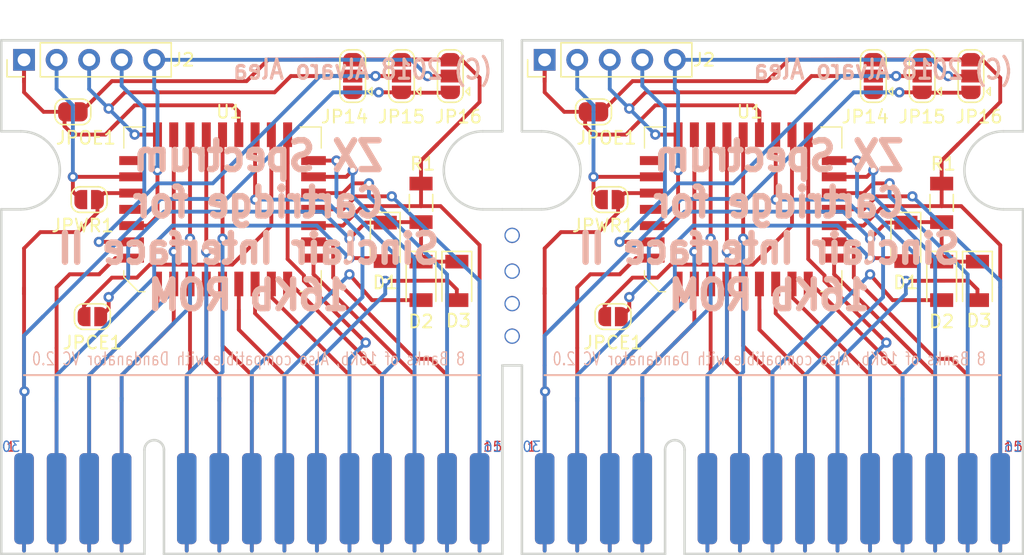
<source format=kicad_pcb>
(kicad_pcb (version 20171130) (host pcbnew 5.0.0-fee4fd1~65~ubuntu18.04.1)

  (general
    (thickness 1.6)
    (drawings 52)
    (tracks 580)
    (zones 0)
    (modules 26)
    (nets 35)
  )

  (page A4)
  (layers
    (0 F.Cu signal)
    (31 B.Cu signal)
    (32 B.Adhes user)
    (33 F.Adhes user)
    (34 B.Paste user)
    (35 F.Paste user)
    (36 B.SilkS user)
    (37 F.SilkS user)
    (38 B.Mask user)
    (39 F.Mask user)
    (40 Dwgs.User user)
    (41 Cmts.User user)
    (42 Eco1.User user)
    (43 Eco2.User user)
    (44 Edge.Cuts user)
    (45 Margin user)
    (46 B.CrtYd user)
    (47 F.CrtYd user)
    (48 B.Fab user)
    (49 F.Fab user)
  )

  (setup
    (last_trace_width 0.3)
    (trace_clearance 0.2)
    (zone_clearance 0.508)
    (zone_45_only no)
    (trace_min 0.2)
    (segment_width 0.2)
    (edge_width 0.15)
    (via_size 0.8)
    (via_drill 0.4)
    (via_min_size 0.4)
    (via_min_drill 0.3)
    (uvia_size 0.3)
    (uvia_drill 0.1)
    (uvias_allowed no)
    (uvia_min_size 0.2)
    (uvia_min_drill 0.1)
    (pcb_text_width 0.3)
    (pcb_text_size 1.5 1.5)
    (mod_edge_width 0.15)
    (mod_text_size 1 1)
    (mod_text_width 0.15)
    (pad_size 1.524 1.524)
    (pad_drill 0.762)
    (pad_to_mask_clearance 0.2)
    (aux_axis_origin 0 0)
    (grid_origin 112.522 95.758)
    (visible_elements FFFFF77F)
    (pcbplotparams
      (layerselection 0x010fc_ffffffff)
      (usegerberextensions false)
      (usegerberattributes false)
      (usegerberadvancedattributes false)
      (creategerberjobfile false)
      (excludeedgelayer true)
      (linewidth 0.100000)
      (plotframeref false)
      (viasonmask false)
      (mode 1)
      (useauxorigin false)
      (hpglpennumber 1)
      (hpglpenspeed 20)
      (hpglpendiameter 15.000000)
      (psnegative false)
      (psa4output false)
      (plotreference true)
      (plotvalue true)
      (plotinvisibletext false)
      (padsonsilk false)
      (subtractmaskfromsilk false)
      (outputformat 1)
      (mirror false)
      (drillshape 0)
      (scaleselection 1)
      (outputdirectory "if2_cartridge/"))
  )

  (net 0 "")
  (net 1 "Net-(D1-Pad1)")
  (net 2 "Net-(D1-Pad2)")
  (net 3 "Net-(D2-Pad2)")
  (net 4 "Net-(D3-Pad2)")
  (net 5 D3)
  (net 6 D4)
  (net 7 D5)
  (net 8 D6)
  (net 9 D7)
  (net 10 A10)
  (net 11 A11)
  (net 12 A9)
  (net 13 A8)
  (net 14 A13)
  (net 15 +5V)
  (net 16 GND)
  (net 17 D2)
  (net 18 D1)
  (net 19 D0)
  (net 20 A0)
  (net 21 A1)
  (net 22 A2)
  (net 23 A3)
  (net 24 A4)
  (net 25 A5)
  (net 26 A6)
  (net 27 A7)
  (net 28 A12)
  (net 29 A14)
  (net 30 A15)
  (net 31 A16)
  (net 32 "Net-(J2-Pad1)")
  (net 33 "Net-(J2-Pad2)")
  (net 34 "Net-(JPCE1-Pad1)")

  (net_class Default "This is the default net class."
    (clearance 0.2)
    (trace_width 0.3)
    (via_dia 0.8)
    (via_drill 0.4)
    (uvia_dia 0.3)
    (uvia_drill 0.1)
    (add_net +5V)
    (add_net A0)
    (add_net A1)
    (add_net A10)
    (add_net A11)
    (add_net A12)
    (add_net A13)
    (add_net A14)
    (add_net A15)
    (add_net A16)
    (add_net A2)
    (add_net A3)
    (add_net A4)
    (add_net A5)
    (add_net A6)
    (add_net A7)
    (add_net A8)
    (add_net A9)
    (add_net D0)
    (add_net D1)
    (add_net D2)
    (add_net D3)
    (add_net D4)
    (add_net D5)
    (add_net D6)
    (add_net D7)
    (add_net GND)
    (add_net "Net-(D1-Pad1)")
    (add_net "Net-(D1-Pad2)")
    (add_net "Net-(D2-Pad2)")
    (add_net "Net-(D3-Pad2)")
    (add_net "Net-(J2-Pad1)")
    (add_net "Net-(J2-Pad2)")
    (add_net "Net-(JPCE1-Pad1)")
  )

  (module SINCLAIR:CART_IF2_EDGE (layer F.Cu) (tedit 5B63617C) (tstamp 5B637912)
    (at 124.46 91.44)
    (descr "ZX Edge")
    (tags "CONN BUS  ZX")
    (path /5B25F681)
    (fp_text reference J1 (at 0 -5.08) (layer F.SilkS) hide
      (effects (font (size 1.524 1.524) (thickness 0.3048)))
    )
    (fp_text value cartridge_IF2 (at 2.54 -6.35) (layer F.SilkS) hide
      (effects (font (size 1.524 1.524) (thickness 0.3048)))
    )
    (fp_poly (pts (xy 27.178 4.318) (xy 27.178 -3.81) (xy -11.938 -3.81) (xy -11.938 4.318)) (layer F.Mask) (width 0.15))
    (fp_poly (pts (xy 27.178 -3.81) (xy 27.178 4.318) (xy -11.938 4.318) (xy -11.938 -3.81)) (layer B.Mask) (width 0.15))
    (fp_line (start 27.178 4.318) (end 27.178 -4.318) (layer Dwgs.User) (width 0.15))
    (fp_line (start 0.762 4.318) (end 27.178 4.318) (layer Dwgs.User) (width 0.15))
    (fp_line (start 0.762 -3.81) (end 0.762 4.318) (layer Dwgs.User) (width 0.15))
    (fp_line (start -0.762 4.318) (end -0.762 -3.81) (layer Dwgs.User) (width 0.15))
    (fp_line (start -11.938 4.318) (end -0.762 4.318) (layer Dwgs.User) (width 0.15))
    (fp_line (start -11.938 -4.572) (end -11.938 4.318) (layer Dwgs.User) (width 0.15))
    (fp_arc (start 0 -3.81) (end 0.762 -3.81) (angle -180) (layer Dwgs.User) (width 0.15))
    (fp_line (start -10.16 4.064) (end -10.16 3.556) (layer F.Cu) (width 0.3))
    (fp_line (start -7.62 4.064) (end -7.62 3.556) (layer F.Cu) (width 0.3))
    (fp_line (start -5.08 4.064) (end -5.08 3.556) (layer F.Cu) (width 0.3))
    (fp_line (start -2.54 4.064) (end -2.54 3.556) (layer F.Cu) (width 0.3))
    (fp_line (start 2.54 4.064) (end 2.54 3.556) (layer F.Cu) (width 0.3))
    (fp_line (start 5.08 4.064) (end 5.08 3.556) (layer F.Cu) (width 0.3))
    (fp_line (start 7.62 4.064) (end 7.62 3.556) (layer F.Cu) (width 0.3))
    (fp_line (start 10.16 4.064) (end 10.16 3.556) (layer F.Cu) (width 0.3))
    (fp_line (start 12.7 4.064) (end 12.7 3.556) (layer F.Cu) (width 0.3))
    (fp_line (start 15.24 4.064) (end 15.24 3.556) (layer F.Cu) (width 0.3))
    (fp_line (start 17.78 4.064) (end 17.78 3.556) (layer F.Cu) (width 0.3))
    (fp_line (start 20.32 4.064) (end 20.32 3.556) (layer F.Cu) (width 0.3))
    (fp_line (start 22.86 4.064) (end 22.86 3.556) (layer F.Cu) (width 0.3))
    (fp_line (start 25.4 4.064) (end 25.4 3.556) (layer F.Cu) (width 0.3))
    (fp_line (start 25.4 4.064) (end 25.4 3.556) (layer B.Cu) (width 0.3))
    (fp_line (start 22.86 4.064) (end 22.86 3.556) (layer B.Cu) (width 0.3))
    (fp_line (start 20.32 4.064) (end 20.32 3.556) (layer B.Cu) (width 0.3))
    (fp_line (start 17.78 4.064) (end 17.78 3.556) (layer B.Cu) (width 0.3))
    (fp_line (start 15.24 4.064) (end 15.24 3.556) (layer B.Cu) (width 0.3))
    (fp_line (start 12.7 4.064) (end 12.7 3.556) (layer B.Cu) (width 0.3))
    (fp_line (start 10.16 4.064) (end 10.16 3.556) (layer B.Cu) (width 0.3))
    (fp_line (start 7.62 4.064) (end 7.62 3.556) (layer B.Cu) (width 0.3))
    (fp_line (start 5.08 4.064) (end 5.08 3.556) (layer B.Cu) (width 0.3))
    (fp_line (start 2.54 4.064) (end 2.54 3.556) (layer B.Cu) (width 0.3))
    (fp_line (start -2.54 4.064) (end -2.54 3.556) (layer B.Cu) (width 0.3))
    (fp_line (start -5.08 4.064) (end -5.08 3.556) (layer B.Cu) (width 0.3))
    (fp_line (start -7.62 4.064) (end -7.62 3.556) (layer B.Cu) (width 0.3))
    (fp_line (start -10.16 4.064) (end -10.16 3.556) (layer B.Cu) (width 0.3))
    (pad 1 connect roundrect (at -10.16 0) (size 1.524 7.112) (layers F.Cu) (roundrect_rratio 0.25)
      (net 15 +5V))
    (pad 3 connect roundrect (at -7.62 0) (size 1.524 7.112) (layers F.Cu) (roundrect_rratio 0.25)
      (net 28 A12))
    (pad 5 connect roundrect (at -5.08 0) (size 1.524 7.112) (layers F.Cu) (roundrect_rratio 0.25)
      (net 27 A7))
    (pad 7 connect roundrect (at -2.54 0) (size 1.524 7.112) (layers F.Cu) (roundrect_rratio 0.25)
      (net 26 A6))
    (pad 9 connect roundrect (at 2.54 0) (size 1.524 7.112) (layers F.Cu) (roundrect_rratio 0.25)
      (net 25 A5))
    (pad 11 connect roundrect (at 5.08 0) (size 1.524 7.112) (layers F.Cu) (roundrect_rratio 0.25)
      (net 24 A4))
    (pad 13 connect roundrect (at 7.62 0) (size 1.524 7.112) (layers F.Cu) (roundrect_rratio 0.25)
      (net 23 A3))
    (pad 15 connect roundrect (at 10.16 0) (size 1.524 7.112) (layers F.Cu) (roundrect_rratio 0.25)
      (net 22 A2))
    (pad 17 connect roundrect (at 12.7 0) (size 1.524 7.112) (layers F.Cu) (roundrect_rratio 0.25)
      (net 21 A1))
    (pad 19 connect roundrect (at 15.24 0) (size 1.524 7.112) (layers F.Cu) (roundrect_rratio 0.25)
      (net 20 A0))
    (pad 21 connect roundrect (at 17.78 0) (size 1.524 7.112) (layers F.Cu) (roundrect_rratio 0.25)
      (net 19 D0))
    (pad 23 connect roundrect (at 20.32 0) (size 1.524 7.112) (layers F.Cu) (roundrect_rratio 0.25)
      (net 18 D1))
    (pad 25 connect roundrect (at 22.86 0) (size 1.524 7.112) (layers F.Cu) (roundrect_rratio 0.25)
      (net 17 D2))
    (pad 27 connect roundrect (at 25.4 0) (size 1.524 7.112) (layers F.Cu) (roundrect_rratio 0.25)
      (net 16 GND))
    (pad 2 connect roundrect (at -10.16 0) (size 1.524 7.112) (layers B.Cu) (roundrect_rratio 0.25)
      (net 15 +5V))
    (pad 4 connect roundrect (at -7.62 0) (size 1.524 7.112) (layers B.Cu) (roundrect_rratio 0.25)
      (net 2 "Net-(D1-Pad2)"))
    (pad 6 connect roundrect (at -5.08 0) (size 1.524 7.112) (layers B.Cu) (roundrect_rratio 0.25)
      (net 14 A13))
    (pad 8 connect roundrect (at -2.54 0) (size 1.524 7.112) (layers B.Cu) (roundrect_rratio 0.25)
      (net 13 A8))
    (pad 10 connect roundrect (at 2.54 0) (size 1.524 7.112) (layers B.Cu) (roundrect_rratio 0.25)
      (net 12 A9))
    (pad 12 connect roundrect (at 5.08 0) (size 1.524 7.112) (layers B.Cu) (roundrect_rratio 0.25)
      (net 11 A11))
    (pad 14 connect roundrect (at 7.62 0) (size 1.524 7.112) (layers B.Cu) (roundrect_rratio 0.25)
      (net 3 "Net-(D2-Pad2)"))
    (pad 16 connect roundrect (at 10.16 0) (size 1.524 7.112) (layers B.Cu) (roundrect_rratio 0.25)
      (net 10 A10))
    (pad 18 connect roundrect (at 12.7 0) (size 1.524 7.112) (layers B.Cu) (roundrect_rratio 0.25)
      (net 4 "Net-(D3-Pad2)"))
    (pad 20 connect roundrect (at 15.24 0) (size 1.524 7.112) (layers B.Cu) (roundrect_rratio 0.25)
      (net 9 D7))
    (pad 22 connect roundrect (at 17.78 0) (size 1.524 7.112) (layers B.Cu) (roundrect_rratio 0.25)
      (net 8 D6))
    (pad 24 connect roundrect (at 20.32 0) (size 1.524 7.112) (layers B.Cu) (roundrect_rratio 0.25)
      (net 7 D5))
    (pad 26 connect roundrect (at 22.86 0) (size 1.524 7.112) (layers B.Cu) (roundrect_rratio 0.25)
      (net 6 D4))
    (pad 28 connect roundrect (at 25.4 0) (size 1.524 7.112) (layers B.Cu) (roundrect_rratio 0.25)
      (net 5 D3))
  )

  (module SINCLAIR:PLCC-32 (layer F.Cu) (tedit 5B634143) (tstamp 5B6379D2)
    (at 129.794 68.834 90)
    (descr "PLCC, 32 pins, surface mount")
    (tags "plcc smt")
    (path /5B25F938)
    (attr smd)
    (fp_text reference U1 (at 7.62 0.508 180) (layer F.SilkS)
      (effects (font (size 1 1) (thickness 0.15)))
    )
    (fp_text value AM29F010B (at 0 8.555 90) (layer F.Fab)
      (effects (font (size 1 1) (thickness 0.15)))
    )
    (fp_text user %R (at 0 0 90) (layer F.Fab)
      (effects (font (size 1 1) (thickness 0.15)))
    )
    (fp_line (start 6.435 7.705) (end 6.435 6.055) (layer F.SilkS) (width 0.1))
    (fp_line (start 4.785 7.705) (end 6.435 7.705) (layer F.SilkS) (width 0.1))
    (fp_line (start -6.435 7.705) (end -6.435 6.055) (layer F.SilkS) (width 0.1))
    (fp_line (start -4.785 7.705) (end -6.435 7.705) (layer F.SilkS) (width 0.1))
    (fp_line (start 6.435 -7.705) (end 6.435 -6.055) (layer F.SilkS) (width 0.1))
    (fp_line (start 4.785 -7.705) (end 6.435 -7.705) (layer F.SilkS) (width 0.1))
    (fp_line (start -6.435 -6.555) (end -6.435 -6.055) (layer F.SilkS) (width 0.1))
    (fp_line (start -5.285 -7.705) (end -6.435 -6.555) (layer F.SilkS) (width 0.1))
    (fp_line (start -4.785 -7.705) (end -5.285 -7.705) (layer F.SilkS) (width 0.1))
    (fp_line (start 0 -7.063) (end 0.5 -8.063) (layer F.Fab) (width 0.1))
    (fp_line (start -0.5 -8.063) (end 0 -7.063) (layer F.Fab) (width 0.1))
    (fp_line (start 7.112 -8.636) (end -7.112 -8.636) (layer F.CrtYd) (width 0.05))
    (fp_line (start 7.112 8.636) (end 7.112 -8.636) (layer F.CrtYd) (width 0.05))
    (fp_line (start -7.112 8.636) (end 7.112 8.636) (layer F.CrtYd) (width 0.05))
    (fp_line (start -7.112 -8.636) (end -7.112 8.636) (layer F.CrtYd) (width 0.05))
    (fp_line (start 6.858 -8.128) (end -5.285 -8.128) (layer F.Fab) (width 0.1))
    (fp_line (start 6.858 8.128) (end 6.858 -8.128) (layer F.Fab) (width 0.1))
    (fp_line (start -6.858 8.128) (end 6.858 8.128) (layer F.Fab) (width 0.1))
    (fp_line (start -6.858 -6.604) (end -6.858 8.128) (layer F.Fab) (width 0.1))
    (fp_line (start -5.334 -8.128) (end -6.858 -6.604) (layer F.Fab) (width 0.1))
    (pad 29 smd rect (at 5.8305 -5.08 90) (size 1.925 0.7) (layers F.Cu F.Paste F.Mask)
      (net 29 A14))
    (pad 13 smd rect (at -5.8305 5.08 90) (size 1.925 0.7) (layers F.Cu F.Paste F.Mask)
      (net 19 D0))
    (pad 28 smd rect (at 5.8305 -3.81 90) (size 1.925 0.7) (layers F.Cu F.Paste F.Mask)
      (net 14 A13))
    (pad 27 smd rect (at 5.8305 -2.54 90) (size 1.925 0.7) (layers F.Cu F.Paste F.Mask)
      (net 13 A8))
    (pad 26 smd rect (at 5.8305 -1.27 90) (size 1.925 0.7) (layers F.Cu F.Paste F.Mask)
      (net 12 A9))
    (pad 25 smd rect (at 5.8305 0 90) (size 1.925 0.7) (layers F.Cu F.Paste F.Mask)
      (net 11 A11))
    (pad 24 smd rect (at 5.8305 1.27 90) (size 1.925 0.7) (layers F.Cu F.Paste F.Mask)
      (net 32 "Net-(J2-Pad1)"))
    (pad 23 smd rect (at 5.8305 2.54 90) (size 1.925 0.7) (layers F.Cu F.Paste F.Mask)
      (net 10 A10))
    (pad 22 smd rect (at 5.8305 3.81 90) (size 1.925 0.7) (layers F.Cu F.Paste F.Mask)
      (net 34 "Net-(JPCE1-Pad1)"))
    (pad 21 smd rect (at 5.8305 5.08 90) (size 1.925 0.7) (layers F.Cu F.Paste F.Mask)
      (net 9 D7))
    (pad 20 smd rect (at 3.81 7.1005 90) (size 0.7 1.925) (layers F.Cu F.Paste F.Mask)
      (net 8 D6))
    (pad 19 smd rect (at 2.54 7.1005 90) (size 0.7 1.925) (layers F.Cu F.Paste F.Mask)
      (net 7 D5))
    (pad 18 smd rect (at 1.27 7.1005 90) (size 0.7 1.925) (layers F.Cu F.Paste F.Mask)
      (net 6 D4))
    (pad 17 smd rect (at 0 7.1005 90) (size 0.7 1.925) (layers F.Cu F.Paste F.Mask)
      (net 5 D3))
    (pad 16 smd rect (at -1.27 7.1005 90) (size 0.7 1.925) (layers F.Cu F.Paste F.Mask)
      (net 16 GND))
    (pad 15 smd rect (at -2.54 7.1005 90) (size 0.7 1.925) (layers F.Cu F.Paste F.Mask)
      (net 17 D2))
    (pad 14 smd rect (at -3.81 7.1005 90) (size 0.7 1.925) (layers F.Cu F.Paste F.Mask)
      (net 18 D1))
    (pad 12 smd rect (at -5.8305 3.81 90) (size 1.925 0.7) (layers F.Cu F.Paste F.Mask)
      (net 20 A0))
    (pad 11 smd rect (at -5.8305 2.54 90) (size 1.925 0.7) (layers F.Cu F.Paste F.Mask)
      (net 21 A1))
    (pad 10 smd rect (at -5.8305 1.27 90) (size 1.925 0.7) (layers F.Cu F.Paste F.Mask)
      (net 22 A2))
    (pad 9 smd rect (at -5.8305 0 90) (size 1.925 0.7) (layers F.Cu F.Paste F.Mask)
      (net 23 A3))
    (pad 8 smd rect (at -5.8305 -1.27 90) (size 1.925 0.7) (layers F.Cu F.Paste F.Mask)
      (net 24 A4))
    (pad 7 smd rect (at -5.8305 -2.54 90) (size 1.925 0.7) (layers F.Cu F.Paste F.Mask)
      (net 25 A5))
    (pad 6 smd rect (at -5.8305 -3.81 90) (size 1.925 0.7) (layers F.Cu F.Paste F.Mask)
      (net 26 A6))
    (pad 5 smd rect (at -5.8305 -5.08 90) (size 1.925 0.7) (layers F.Cu F.Paste F.Mask)
      (net 27 A7))
    (pad 30 smd rect (at 3.81 -7.1005 90) (size 0.7 1.925) (layers F.Cu F.Paste F.Mask))
    (pad 31 smd rect (at 2.54 -7.1005 90) (size 0.7 1.925) (layers F.Cu F.Paste F.Mask)
      (net 33 "Net-(J2-Pad2)"))
    (pad 32 smd rect (at 1.27 -7.1005 90) (size 0.7 1.925) (layers F.Cu F.Paste F.Mask)
      (net 15 +5V))
    (pad 4 smd rect (at -3.81 -7.1005 90) (size 0.7 1.925) (layers F.Cu F.Paste F.Mask)
      (net 28 A12))
    (pad 3 smd rect (at -2.54 -7.1005 90) (size 0.7 1.925) (layers F.Cu F.Paste F.Mask)
      (net 30 A15))
    (pad 2 smd rect (at -1.27 -7.1005 90) (size 0.7 1.925) (layers F.Cu F.Paste F.Mask)
      (net 31 A16))
    (pad 1 smd rect (at 0 -7.1005 90) (size 0.7 1.925) (layers F.Cu F.Paste F.Mask))
    (model /home/tripi/src/kicad_libs/packages3d/smd_plcc/plcc32.wrl
      (at (xyz 0 0 0))
      (scale (xyz 1 1 1))
      (rotate (xyz 0 0 180))
    )
  )

  (module Diode_SMD:D_1206_3216Metric (layer F.Cu) (tedit 5A00A67B) (tstamp 5B637A54)
    (at 142.494 71.374 270)
    (descr "Diode SMD 1206 (3216 Metric), square (rectangular) end terminal, IPC_7351 nominal, (Body size source: http://www.tortai-tech.com/upload/download/2011102023233369053.pdf), generated with kicad-footprint-generator")
    (tags diode)
    (path /5B284867)
    (attr smd)
    (fp_text reference D1 (at 3.175 0) (layer F.SilkS)
      (effects (font (size 1 1) (thickness 0.15)))
    )
    (fp_text value 1N4148 (at 0 2.05 270) (layer F.Fab)
      (effects (font (size 1 1) (thickness 0.15)))
    )
    (fp_line (start 1.6 -0.8) (end -1.2 -0.8) (layer F.Fab) (width 0.1))
    (fp_line (start -1.2 -0.8) (end -1.6 -0.4) (layer F.Fab) (width 0.1))
    (fp_line (start -1.6 -0.4) (end -1.6 0.8) (layer F.Fab) (width 0.1))
    (fp_line (start -1.6 0.8) (end 1.6 0.8) (layer F.Fab) (width 0.1))
    (fp_line (start 1.6 0.8) (end 1.6 -0.8) (layer F.Fab) (width 0.1))
    (fp_line (start 1.6 -1.16) (end -2.3 -1.16) (layer F.SilkS) (width 0.12))
    (fp_line (start -2.3 -1.16) (end -2.3 1.16) (layer F.SilkS) (width 0.12))
    (fp_line (start -2.3 1.16) (end 1.6 1.16) (layer F.SilkS) (width 0.12))
    (fp_line (start -2.29 1.15) (end -2.29 -1.15) (layer F.CrtYd) (width 0.05))
    (fp_line (start -2.29 -1.15) (end 2.29 -1.15) (layer F.CrtYd) (width 0.05))
    (fp_line (start 2.29 -1.15) (end 2.29 1.15) (layer F.CrtYd) (width 0.05))
    (fp_line (start 2.29 1.15) (end -2.29 1.15) (layer F.CrtYd) (width 0.05))
    (fp_text user %R (at 0 0 270) (layer F.Fab)
      (effects (font (size 0.8 0.8) (thickness 0.12)))
    )
    (pad 1 smd rect (at -1.505 0 270) (size 1.07 1.8) (layers F.Cu F.Paste F.Mask)
      (net 1 "Net-(D1-Pad1)"))
    (pad 2 smd rect (at 1.505 0 270) (size 1.07 1.8) (layers F.Cu F.Paste F.Mask)
      (net 2 "Net-(D1-Pad2)"))
    (model ${KISYS3DMOD}/Diode_SMD.3dshapes/D_1206_3216Metric.wrl
      (at (xyz 0 0 0))
      (scale (xyz 1 1 1))
      (rotate (xyz 0 0 0))
    )
  )

  (module Diode_SMD:D_1206_3216Metric (layer F.Cu) (tedit 5A00A67B) (tstamp 5B637DC9)
    (at 145.288 74.422 270)
    (descr "Diode SMD 1206 (3216 Metric), square (rectangular) end terminal, IPC_7351 nominal, (Body size source: http://www.tortai-tech.com/upload/download/2011102023233369053.pdf), generated with kicad-footprint-generator")
    (tags diode)
    (path /5B28497B)
    (attr smd)
    (fp_text reference D2 (at 3.175 0) (layer F.SilkS)
      (effects (font (size 1 1) (thickness 0.15)))
    )
    (fp_text value 1N4148 (at 0 2.05 270) (layer F.Fab)
      (effects (font (size 1 1) (thickness 0.15)))
    )
    (fp_text user %R (at 0 0 270) (layer F.Fab)
      (effects (font (size 0.8 0.8) (thickness 0.12)))
    )
    (fp_line (start 2.29 1.15) (end -2.29 1.15) (layer F.CrtYd) (width 0.05))
    (fp_line (start 2.29 -1.15) (end 2.29 1.15) (layer F.CrtYd) (width 0.05))
    (fp_line (start -2.29 -1.15) (end 2.29 -1.15) (layer F.CrtYd) (width 0.05))
    (fp_line (start -2.29 1.15) (end -2.29 -1.15) (layer F.CrtYd) (width 0.05))
    (fp_line (start -2.3 1.16) (end 1.6 1.16) (layer F.SilkS) (width 0.12))
    (fp_line (start -2.3 -1.16) (end -2.3 1.16) (layer F.SilkS) (width 0.12))
    (fp_line (start 1.6 -1.16) (end -2.3 -1.16) (layer F.SilkS) (width 0.12))
    (fp_line (start 1.6 0.8) (end 1.6 -0.8) (layer F.Fab) (width 0.1))
    (fp_line (start -1.6 0.8) (end 1.6 0.8) (layer F.Fab) (width 0.1))
    (fp_line (start -1.6 -0.4) (end -1.6 0.8) (layer F.Fab) (width 0.1))
    (fp_line (start -1.2 -0.8) (end -1.6 -0.4) (layer F.Fab) (width 0.1))
    (fp_line (start 1.6 -0.8) (end -1.2 -0.8) (layer F.Fab) (width 0.1))
    (pad 2 smd rect (at 1.505 0 270) (size 1.07 1.8) (layers F.Cu F.Paste F.Mask)
      (net 3 "Net-(D2-Pad2)"))
    (pad 1 smd rect (at -1.505 0 270) (size 1.07 1.8) (layers F.Cu F.Paste F.Mask)
      (net 1 "Net-(D1-Pad1)"))
    (model ${KISYS3DMOD}/Diode_SMD.3dshapes/D_1206_3216Metric.wrl
      (at (xyz 0 0 0))
      (scale (xyz 1 1 1))
      (rotate (xyz 0 0 0))
    )
  )

  (module Diode_SMD:D_1206_3216Metric (layer F.Cu) (tedit 5A00A67B) (tstamp 5B637E44)
    (at 148.082 74.422 270)
    (descr "Diode SMD 1206 (3216 Metric), square (rectangular) end terminal, IPC_7351 nominal, (Body size source: http://www.tortai-tech.com/upload/download/2011102023233369053.pdf), generated with kicad-footprint-generator")
    (tags diode)
    (path /5B2849C1)
    (attr smd)
    (fp_text reference D3 (at 3.1115 -0.127 180) (layer F.SilkS)
      (effects (font (size 1 1) (thickness 0.15)))
    )
    (fp_text value 1N4148 (at 0 2.05 270) (layer F.Fab)
      (effects (font (size 1 1) (thickness 0.15)))
    )
    (fp_line (start 1.6 -0.8) (end -1.2 -0.8) (layer F.Fab) (width 0.1))
    (fp_line (start -1.2 -0.8) (end -1.6 -0.4) (layer F.Fab) (width 0.1))
    (fp_line (start -1.6 -0.4) (end -1.6 0.8) (layer F.Fab) (width 0.1))
    (fp_line (start -1.6 0.8) (end 1.6 0.8) (layer F.Fab) (width 0.1))
    (fp_line (start 1.6 0.8) (end 1.6 -0.8) (layer F.Fab) (width 0.1))
    (fp_line (start 1.6 -1.16) (end -2.3 -1.16) (layer F.SilkS) (width 0.12))
    (fp_line (start -2.3 -1.16) (end -2.3 1.16) (layer F.SilkS) (width 0.12))
    (fp_line (start -2.3 1.16) (end 1.6 1.16) (layer F.SilkS) (width 0.12))
    (fp_line (start -2.29 1.15) (end -2.29 -1.15) (layer F.CrtYd) (width 0.05))
    (fp_line (start -2.29 -1.15) (end 2.29 -1.15) (layer F.CrtYd) (width 0.05))
    (fp_line (start 2.29 -1.15) (end 2.29 1.15) (layer F.CrtYd) (width 0.05))
    (fp_line (start 2.29 1.15) (end -2.29 1.15) (layer F.CrtYd) (width 0.05))
    (fp_text user %R (at 0 0 270) (layer F.Fab)
      (effects (font (size 0.8 0.8) (thickness 0.12)))
    )
    (pad 1 smd rect (at -1.505 0 270) (size 1.07 1.8) (layers F.Cu F.Paste F.Mask)
      (net 1 "Net-(D1-Pad1)"))
    (pad 2 smd rect (at 1.505 0 270) (size 1.07 1.8) (layers F.Cu F.Paste F.Mask)
      (net 4 "Net-(D3-Pad2)"))
    (model ${KISYS3DMOD}/Diode_SMD.3dshapes/D_1206_3216Metric.wrl
      (at (xyz 0 0 0))
      (scale (xyz 1 1 1))
      (rotate (xyz 0 0 0))
    )
  )

  (module Jumper:SolderJumper-3_P1.3mm_Open_RoundedPad1.0x1.5mm (layer F.Cu) (tedit 5A3F8C1A) (tstamp 5B637E7F)
    (at 139.954 58.42 90)
    (descr "SMD Solder 3-pad Jumper, 1x1.5mm rounded Pads, 0.3mm gap, open")
    (tags "solder jumper open")
    (path /5B2979E6)
    (attr virtual)
    (fp_text reference JP14 (at -3.175 -0.635) (layer F.SilkS)
      (effects (font (size 1 1) (thickness 0.15)))
    )
    (fp_text value S (at 0 1.9 90) (layer F.Fab)
      (effects (font (size 1 1) (thickness 0.15)))
    )
    (fp_arc (start -1.35 -0.3) (end -1.35 -1) (angle -90) (layer F.SilkS) (width 0.12))
    (fp_arc (start -1.35 0.3) (end -2.05 0.3) (angle -90) (layer F.SilkS) (width 0.12))
    (fp_arc (start 1.35 0.3) (end 1.35 1) (angle -90) (layer F.SilkS) (width 0.12))
    (fp_arc (start 1.35 -0.3) (end 2.05 -0.3) (angle -90) (layer F.SilkS) (width 0.12))
    (fp_line (start 2.3 1.25) (end -2.3 1.25) (layer F.CrtYd) (width 0.05))
    (fp_line (start 2.3 1.25) (end 2.3 -1.25) (layer F.CrtYd) (width 0.05))
    (fp_line (start -2.3 -1.25) (end -2.3 1.25) (layer F.CrtYd) (width 0.05))
    (fp_line (start -2.3 -1.25) (end 2.3 -1.25) (layer F.CrtYd) (width 0.05))
    (fp_line (start -1.4 -1) (end 1.4 -1) (layer F.SilkS) (width 0.12))
    (fp_line (start 2.05 -0.3) (end 2.05 0.3) (layer F.SilkS) (width 0.12))
    (fp_line (start 1.4 1) (end -1.4 1) (layer F.SilkS) (width 0.12))
    (fp_line (start -2.05 0.3) (end -2.05 -0.3) (layer F.SilkS) (width 0.12))
    (fp_line (start -1.2 1.2) (end -1.5 1.5) (layer F.SilkS) (width 0.12))
    (fp_line (start -1.5 1.5) (end -0.9 1.5) (layer F.SilkS) (width 0.12))
    (fp_line (start -1.2 1.2) (end -0.9 1.5) (layer F.SilkS) (width 0.12))
    (pad 3 smd rect (at 1 0 90) (size 0.5 1.5) (layers F.Cu F.Mask)
      (net 16 GND))
    (pad 3 smd roundrect (at 1.3 0 90) (size 1 1.5) (layers F.Cu F.Mask) (roundrect_rratio 0.5)
      (net 16 GND))
    (pad 2 smd rect (at 0 0 90) (size 1 1.5) (layers F.Cu F.Mask)
      (net 29 A14))
    (pad 1 smd rect (at -1 0 90) (size 0.5 1.5) (layers F.Cu F.Mask)
      (net 15 +5V))
    (pad 1 smd roundrect (at -1.3 0 90) (size 1 1.5) (layers F.Cu F.Mask) (roundrect_rratio 0.5)
      (net 15 +5V))
  )

  (module Jumper:SolderJumper-3_P1.3mm_Open_RoundedPad1.0x1.5mm (layer F.Cu) (tedit 5A3F8C1A) (tstamp 5B637E04)
    (at 143.764 58.42 90)
    (descr "SMD Solder 3-pad Jumper, 1x1.5mm rounded Pads, 0.3mm gap, open")
    (tags "solder jumper open")
    (path /5B297974)
    (attr virtual)
    (fp_text reference JP15 (at -3.175 0 180) (layer F.SilkS)
      (effects (font (size 1 1) (thickness 0.15)))
    )
    (fp_text value S (at 0 1.9 90) (layer F.Fab)
      (effects (font (size 1 1) (thickness 0.15)))
    )
    (fp_line (start -1.2 1.2) (end -0.9 1.5) (layer F.SilkS) (width 0.12))
    (fp_line (start -1.5 1.5) (end -0.9 1.5) (layer F.SilkS) (width 0.12))
    (fp_line (start -1.2 1.2) (end -1.5 1.5) (layer F.SilkS) (width 0.12))
    (fp_line (start -2.05 0.3) (end -2.05 -0.3) (layer F.SilkS) (width 0.12))
    (fp_line (start 1.4 1) (end -1.4 1) (layer F.SilkS) (width 0.12))
    (fp_line (start 2.05 -0.3) (end 2.05 0.3) (layer F.SilkS) (width 0.12))
    (fp_line (start -1.4 -1) (end 1.4 -1) (layer F.SilkS) (width 0.12))
    (fp_line (start -2.3 -1.25) (end 2.3 -1.25) (layer F.CrtYd) (width 0.05))
    (fp_line (start -2.3 -1.25) (end -2.3 1.25) (layer F.CrtYd) (width 0.05))
    (fp_line (start 2.3 1.25) (end 2.3 -1.25) (layer F.CrtYd) (width 0.05))
    (fp_line (start 2.3 1.25) (end -2.3 1.25) (layer F.CrtYd) (width 0.05))
    (fp_arc (start 1.35 -0.3) (end 2.05 -0.3) (angle -90) (layer F.SilkS) (width 0.12))
    (fp_arc (start 1.35 0.3) (end 1.35 1) (angle -90) (layer F.SilkS) (width 0.12))
    (fp_arc (start -1.35 0.3) (end -2.05 0.3) (angle -90) (layer F.SilkS) (width 0.12))
    (fp_arc (start -1.35 -0.3) (end -1.35 -1) (angle -90) (layer F.SilkS) (width 0.12))
    (pad 1 smd roundrect (at -1.3 0 90) (size 1 1.5) (layers F.Cu F.Mask) (roundrect_rratio 0.5)
      (net 15 +5V))
    (pad 1 smd rect (at -1 0 90) (size 0.5 1.5) (layers F.Cu F.Mask)
      (net 15 +5V))
    (pad 2 smd rect (at 0 0 90) (size 1 1.5) (layers F.Cu F.Mask)
      (net 30 A15))
    (pad 3 smd roundrect (at 1.3 0 90) (size 1 1.5) (layers F.Cu F.Mask) (roundrect_rratio 0.5)
      (net 16 GND))
    (pad 3 smd rect (at 1 0 90) (size 0.5 1.5) (layers F.Cu F.Mask)
      (net 16 GND))
  )

  (module Jumper:SolderJumper-3_P1.3mm_Open_RoundedPad1.0x1.5mm (layer F.Cu) (tedit 5A3F8C1A) (tstamp 5B637C69)
    (at 147.574 58.42 90)
    (descr "SMD Solder 3-pad Jumper, 1x1.5mm rounded Pads, 0.3mm gap, open")
    (tags "solder jumper open")
    (path /5B297AD0)
    (attr virtual)
    (fp_text reference JP16 (at -3.175 0.635 180) (layer F.SilkS)
      (effects (font (size 1 1) (thickness 0.15)))
    )
    (fp_text value S (at 0 1.9 90) (layer F.Fab)
      (effects (font (size 1 1) (thickness 0.15)))
    )
    (fp_line (start -1.2 1.2) (end -0.9 1.5) (layer F.SilkS) (width 0.12))
    (fp_line (start -1.5 1.5) (end -0.9 1.5) (layer F.SilkS) (width 0.12))
    (fp_line (start -1.2 1.2) (end -1.5 1.5) (layer F.SilkS) (width 0.12))
    (fp_line (start -2.05 0.3) (end -2.05 -0.3) (layer F.SilkS) (width 0.12))
    (fp_line (start 1.4 1) (end -1.4 1) (layer F.SilkS) (width 0.12))
    (fp_line (start 2.05 -0.3) (end 2.05 0.3) (layer F.SilkS) (width 0.12))
    (fp_line (start -1.4 -1) (end 1.4 -1) (layer F.SilkS) (width 0.12))
    (fp_line (start -2.3 -1.25) (end 2.3 -1.25) (layer F.CrtYd) (width 0.05))
    (fp_line (start -2.3 -1.25) (end -2.3 1.25) (layer F.CrtYd) (width 0.05))
    (fp_line (start 2.3 1.25) (end 2.3 -1.25) (layer F.CrtYd) (width 0.05))
    (fp_line (start 2.3 1.25) (end -2.3 1.25) (layer F.CrtYd) (width 0.05))
    (fp_arc (start 1.35 -0.3) (end 2.05 -0.3) (angle -90) (layer F.SilkS) (width 0.12))
    (fp_arc (start 1.35 0.3) (end 1.35 1) (angle -90) (layer F.SilkS) (width 0.12))
    (fp_arc (start -1.35 0.3) (end -2.05 0.3) (angle -90) (layer F.SilkS) (width 0.12))
    (fp_arc (start -1.35 -0.3) (end -1.35 -1) (angle -90) (layer F.SilkS) (width 0.12))
    (pad 1 smd roundrect (at -1.3 0 90) (size 1 1.5) (layers F.Cu F.Mask) (roundrect_rratio 0.5)
      (net 15 +5V))
    (pad 1 smd rect (at -1 0 90) (size 0.5 1.5) (layers F.Cu F.Mask)
      (net 15 +5V))
    (pad 2 smd rect (at 0 0 90) (size 1 1.5) (layers F.Cu F.Mask)
      (net 31 A16))
    (pad 3 smd roundrect (at 1.3 0 90) (size 1 1.5) (layers F.Cu F.Mask) (roundrect_rratio 0.5)
      (net 16 GND))
    (pad 3 smd rect (at 1 0 90) (size 0.5 1.5) (layers F.Cu F.Mask)
      (net 16 GND))
  )

  (module Resistor_SMD:R_1206_3216Metric (layer F.Cu) (tedit 59FE48B8) (tstamp 5B637C11)
    (at 145.288 68.326 90)
    (descr "Resistor SMD 1206 (3216 Metric), square (rectangular) end terminal, IPC_7351 nominal, (Body size source: http://www.tortai-tech.com/upload/download/2011102023233369053.pdf), generated with kicad-footprint-generator")
    (tags resistor)
    (path /5B28F586)
    (attr smd)
    (fp_text reference R1 (at 3.048 0.127 180) (layer F.SilkS)
      (effects (font (size 1 1) (thickness 0.15)))
    )
    (fp_text value R (at 0 2.05 90) (layer F.Fab)
      (effects (font (size 1 1) (thickness 0.15)))
    )
    (fp_line (start -1.6 0.8) (end -1.6 -0.8) (layer F.Fab) (width 0.1))
    (fp_line (start -1.6 -0.8) (end 1.6 -0.8) (layer F.Fab) (width 0.1))
    (fp_line (start 1.6 -0.8) (end 1.6 0.8) (layer F.Fab) (width 0.1))
    (fp_line (start 1.6 0.8) (end -1.6 0.8) (layer F.Fab) (width 0.1))
    (fp_line (start -0.65 -0.91) (end 0.65 -0.91) (layer F.SilkS) (width 0.12))
    (fp_line (start -0.65 0.91) (end 0.65 0.91) (layer F.SilkS) (width 0.12))
    (fp_line (start -2.29 1.15) (end -2.29 -1.15) (layer F.CrtYd) (width 0.05))
    (fp_line (start -2.29 -1.15) (end 2.29 -1.15) (layer F.CrtYd) (width 0.05))
    (fp_line (start 2.29 -1.15) (end 2.29 1.15) (layer F.CrtYd) (width 0.05))
    (fp_line (start 2.29 1.15) (end -2.29 1.15) (layer F.CrtYd) (width 0.05))
    (fp_text user %R (at 0 0 90) (layer F.Fab)
      (effects (font (size 0.8 0.8) (thickness 0.12)))
    )
    (pad 1 smd rect (at -1.505 0 90) (size 1.07 1.8) (layers F.Cu F.Paste F.Mask)
      (net 1 "Net-(D1-Pad1)"))
    (pad 2 smd rect (at 1.505 0 90) (size 1.07 1.8) (layers F.Cu F.Paste F.Mask)
      (net 16 GND))
    (model ${KISYS3DMOD}/Resistor_SMD.3dshapes/R_1206_3216Metric.wrl
      (at (xyz 0 0 0))
      (scale (xyz 1 1 1))
      (rotate (xyz 0 0 0))
    )
  )

  (module Connector_PinHeader_2.54mm:PinHeader_1x05_P2.54mm_Vertical (layer F.Cu) (tedit 59FED5CC) (tstamp 5B63789E)
    (at 114.3 57.15 90)
    (descr "Through hole straight pin header, 1x05, 2.54mm pitch, single row")
    (tags "Through hole pin header THT 1x05 2.54mm single row")
    (path /5B2BED63)
    (fp_text reference J2 (at 0 12.446 180) (layer F.SilkS)
      (effects (font (size 1 1) (thickness 0.15)))
    )
    (fp_text value Conn_01x05 (at 0 12.49 90) (layer F.Fab)
      (effects (font (size 1 1) (thickness 0.15)))
    )
    (fp_line (start -0.635 -1.27) (end 1.27 -1.27) (layer F.Fab) (width 0.1))
    (fp_line (start 1.27 -1.27) (end 1.27 11.43) (layer F.Fab) (width 0.1))
    (fp_line (start 1.27 11.43) (end -1.27 11.43) (layer F.Fab) (width 0.1))
    (fp_line (start -1.27 11.43) (end -1.27 -0.635) (layer F.Fab) (width 0.1))
    (fp_line (start -1.27 -0.635) (end -0.635 -1.27) (layer F.Fab) (width 0.1))
    (fp_line (start -1.33 11.49) (end 1.33 11.49) (layer F.SilkS) (width 0.12))
    (fp_line (start -1.33 1.27) (end -1.33 11.49) (layer F.SilkS) (width 0.12))
    (fp_line (start 1.33 1.27) (end 1.33 11.49) (layer F.SilkS) (width 0.12))
    (fp_line (start -1.33 1.27) (end 1.33 1.27) (layer F.SilkS) (width 0.12))
    (fp_line (start -1.33 0) (end -1.33 -1.33) (layer F.SilkS) (width 0.12))
    (fp_line (start -1.33 -1.33) (end 0 -1.33) (layer F.SilkS) (width 0.12))
    (fp_line (start -1.8 -1.8) (end -1.8 11.95) (layer F.CrtYd) (width 0.05))
    (fp_line (start -1.8 11.95) (end 1.8 11.95) (layer F.CrtYd) (width 0.05))
    (fp_line (start 1.8 11.95) (end 1.8 -1.8) (layer F.CrtYd) (width 0.05))
    (fp_line (start 1.8 -1.8) (end -1.8 -1.8) (layer F.CrtYd) (width 0.05))
    (fp_text user %R (at 0 5.08 180) (layer F.Fab)
      (effects (font (size 1 1) (thickness 0.15)))
    )
    (pad 1 thru_hole rect (at 0 0 90) (size 1.7 1.7) (drill 1) (layers *.Cu *.Mask)
      (net 32 "Net-(J2-Pad1)"))
    (pad 2 thru_hole oval (at 0 2.54 90) (size 1.7 1.7) (drill 1) (layers *.Cu *.Mask)
      (net 33 "Net-(J2-Pad2)"))
    (pad 3 thru_hole oval (at 0 5.08 90) (size 1.7 1.7) (drill 1) (layers *.Cu *.Mask)
      (net 29 A14))
    (pad 4 thru_hole oval (at 0 7.62 90) (size 1.7 1.7) (drill 1) (layers *.Cu *.Mask)
      (net 30 A15))
    (pad 5 thru_hole oval (at 0 10.16 90) (size 1.7 1.7) (drill 1) (layers *.Cu *.Mask)
      (net 31 A16))
  )

  (module Jumper:SolderJumper-2_P1.3mm_Open_RoundedPad1.0x1.5mm (layer F.Cu) (tedit 5B391E66) (tstamp 5B637BBB)
    (at 119.634 77.216)
    (descr "SMD Solder Jumper, 1x1.5mm, rounded Pads, 0.3mm gap, open")
    (tags "solder jumper open")
    (path /5B2EB195)
    (attr virtual)
    (fp_text reference JPCE1 (at 0 2.032) (layer F.SilkS)
      (effects (font (size 1 1) (thickness 0.15)))
    )
    (fp_text value CE (at 0 1.9) (layer F.Fab)
      (effects (font (size 1 1) (thickness 0.15)))
    )
    (fp_arc (start 0.7 -0.3) (end 1.4 -0.3) (angle -90) (layer F.SilkS) (width 0.12))
    (fp_arc (start 0.7 0.3) (end 0.7 1) (angle -90) (layer F.SilkS) (width 0.12))
    (fp_arc (start -0.7 0.3) (end -1.4 0.3) (angle -90) (layer F.SilkS) (width 0.12))
    (fp_arc (start -0.7 -0.3) (end -0.7 -1) (angle -90) (layer F.SilkS) (width 0.12))
    (fp_line (start -1.4 0.3) (end -1.4 -0.3) (layer F.SilkS) (width 0.12))
    (fp_line (start 0.7 1) (end -0.7 1) (layer F.SilkS) (width 0.12))
    (fp_line (start 1.4 -0.3) (end 1.4 0.3) (layer F.SilkS) (width 0.12))
    (fp_line (start -0.7 -1) (end 0.7 -1) (layer F.SilkS) (width 0.12))
    (fp_line (start -1.65 -1.25) (end 1.65 -1.25) (layer F.CrtYd) (width 0.05))
    (fp_line (start -1.65 -1.25) (end -1.65 1.25) (layer F.CrtYd) (width 0.05))
    (fp_line (start 1.65 1.25) (end 1.65 -1.25) (layer F.CrtYd) (width 0.05))
    (fp_line (start 1.65 1.25) (end -1.65 1.25) (layer F.CrtYd) (width 0.05))
    (pad 1 smd custom (at -0.65 0) (size 1 0.5) (layers F.Cu F.Mask)
      (net 34 "Net-(JPCE1-Pad1)") (zone_connect 0)
      (options (clearance outline) (anchor rect))
      (primitives
        (gr_circle (center 0 0.25) (end 0.5 0.25) (width 0))
        (gr_circle (center 0 -0.25) (end 0.5 -0.25) (width 0))
        (gr_poly (pts
           (xy 0 -0.75) (xy 0.5 -0.75) (xy 0.5 0.75) (xy 0 0.75)) (width 0))
      ))
    (pad 2 smd custom (at 0.65 0) (size 1 0.5) (layers F.Cu F.Mask)
      (net 1 "Net-(D1-Pad1)") (zone_connect 0)
      (options (clearance outline) (anchor rect))
      (primitives
        (gr_circle (center 0 0.25) (end 0.5 0.25) (width 0))
        (gr_circle (center 0 -0.25) (end 0.5 -0.25) (width 0))
        (gr_poly (pts
           (xy 0 -0.75) (xy -0.5 -0.75) (xy -0.5 0.75) (xy 0 0.75)) (width 0))
      ))
  )

  (module Jumper:SolderJumper-2_P1.3mm_Open_RoundedPad1.0x1.5mm (layer F.Cu) (tedit 5B391E66) (tstamp 5B637B1F)
    (at 118.11 61.214)
    (descr "SMD Solder Jumper, 1x1.5mm, rounded Pads, 0.3mm gap, open")
    (tags "solder jumper open")
    (path /5B2C8E87)
    (attr virtual)
    (fp_text reference JPOE1 (at 1.016 2.032) (layer F.SilkS)
      (effects (font (size 1 1) (thickness 0.15)))
    )
    (fp_text value OE (at 0 1.9) (layer F.Fab)
      (effects (font (size 1 1) (thickness 0.15)))
    )
    (fp_line (start 1.65 1.25) (end -1.65 1.25) (layer F.CrtYd) (width 0.05))
    (fp_line (start 1.65 1.25) (end 1.65 -1.25) (layer F.CrtYd) (width 0.05))
    (fp_line (start -1.65 -1.25) (end -1.65 1.25) (layer F.CrtYd) (width 0.05))
    (fp_line (start -1.65 -1.25) (end 1.65 -1.25) (layer F.CrtYd) (width 0.05))
    (fp_line (start -0.7 -1) (end 0.7 -1) (layer F.SilkS) (width 0.12))
    (fp_line (start 1.4 -0.3) (end 1.4 0.3) (layer F.SilkS) (width 0.12))
    (fp_line (start 0.7 1) (end -0.7 1) (layer F.SilkS) (width 0.12))
    (fp_line (start -1.4 0.3) (end -1.4 -0.3) (layer F.SilkS) (width 0.12))
    (fp_arc (start -0.7 -0.3) (end -0.7 -1) (angle -90) (layer F.SilkS) (width 0.12))
    (fp_arc (start -0.7 0.3) (end -1.4 0.3) (angle -90) (layer F.SilkS) (width 0.12))
    (fp_arc (start 0.7 0.3) (end 0.7 1) (angle -90) (layer F.SilkS) (width 0.12))
    (fp_arc (start 0.7 -0.3) (end 1.4 -0.3) (angle -90) (layer F.SilkS) (width 0.12))
    (pad 2 smd custom (at 0.65 0) (size 1 0.5) (layers F.Cu F.Mask)
      (net 16 GND) (zone_connect 0)
      (options (clearance outline) (anchor rect))
      (primitives
        (gr_circle (center 0 0.25) (end 0.5 0.25) (width 0))
        (gr_circle (center 0 -0.25) (end 0.5 -0.25) (width 0))
        (gr_poly (pts
           (xy 0 -0.75) (xy -0.5 -0.75) (xy -0.5 0.75) (xy 0 0.75)) (width 0))
      ))
    (pad 1 smd custom (at -0.65 0) (size 1 0.5) (layers F.Cu F.Mask)
      (net 32 "Net-(J2-Pad1)") (zone_connect 0)
      (options (clearance outline) (anchor rect))
      (primitives
        (gr_circle (center 0 0.25) (end 0.5 0.25) (width 0))
        (gr_circle (center 0 -0.25) (end 0.5 -0.25) (width 0))
        (gr_poly (pts
           (xy 0 -0.75) (xy 0.5 -0.75) (xy 0.5 0.75) (xy 0 0.75)) (width 0))
      ))
  )

  (module Jumper:SolderJumper-2_P1.3mm_Open_RoundedPad1.0x1.5mm (layer F.Cu) (tedit 5B391E66) (tstamp 5B63782E)
    (at 119.38 68.072 180)
    (descr "SMD Solder Jumper, 1x1.5mm, rounded Pads, 0.3mm gap, open")
    (tags "solder jumper open")
    (path /5B2C8DCB)
    (attr virtual)
    (fp_text reference JPWR1 (at 0.508 -2.032 180) (layer F.SilkS)
      (effects (font (size 1 1) (thickness 0.15)))
    )
    (fp_text value WE (at 0 1.9 180) (layer F.Fab)
      (effects (font (size 1 1) (thickness 0.15)))
    )
    (fp_arc (start 0.7 -0.3) (end 1.4 -0.3) (angle -90) (layer F.SilkS) (width 0.12))
    (fp_arc (start 0.7 0.3) (end 0.7 1) (angle -90) (layer F.SilkS) (width 0.12))
    (fp_arc (start -0.7 0.3) (end -1.4 0.3) (angle -90) (layer F.SilkS) (width 0.12))
    (fp_arc (start -0.7 -0.3) (end -0.7 -1) (angle -90) (layer F.SilkS) (width 0.12))
    (fp_line (start -1.4 0.3) (end -1.4 -0.3) (layer F.SilkS) (width 0.12))
    (fp_line (start 0.7 1) (end -0.7 1) (layer F.SilkS) (width 0.12))
    (fp_line (start 1.4 -0.3) (end 1.4 0.3) (layer F.SilkS) (width 0.12))
    (fp_line (start -0.7 -1) (end 0.7 -1) (layer F.SilkS) (width 0.12))
    (fp_line (start -1.65 -1.25) (end 1.65 -1.25) (layer F.CrtYd) (width 0.05))
    (fp_line (start -1.65 -1.25) (end -1.65 1.25) (layer F.CrtYd) (width 0.05))
    (fp_line (start 1.65 1.25) (end 1.65 -1.25) (layer F.CrtYd) (width 0.05))
    (fp_line (start 1.65 1.25) (end -1.65 1.25) (layer F.CrtYd) (width 0.05))
    (pad 1 smd custom (at -0.65 0 180) (size 1 0.5) (layers F.Cu F.Mask)
      (net 15 +5V) (zone_connect 0)
      (options (clearance outline) (anchor rect))
      (primitives
        (gr_circle (center 0 0.25) (end 0.5 0.25) (width 0))
        (gr_circle (center 0 -0.25) (end 0.5 -0.25) (width 0))
        (gr_poly (pts
           (xy 0 -0.75) (xy 0.5 -0.75) (xy 0.5 0.75) (xy 0 0.75)) (width 0))
      ))
    (pad 2 smd custom (at 0.65 0 180) (size 1 0.5) (layers F.Cu F.Mask)
      (net 33 "Net-(J2-Pad2)") (zone_connect 0)
      (options (clearance outline) (anchor rect))
      (primitives
        (gr_circle (center 0 0.25) (end 0.5 0.25) (width 0))
        (gr_circle (center 0 -0.25) (end 0.5 -0.25) (width 0))
        (gr_poly (pts
           (xy 0 -0.75) (xy -0.5 -0.75) (xy -0.5 0.75) (xy 0 0.75)) (width 0))
      ))
  )

  (module SINCLAIR:CART_IF2_EDGE (layer F.Cu) (tedit 5B63617C) (tstamp 5B64F596)
    (at 165.1 91.44)
    (descr "ZX Edge")
    (tags "CONN BUS  ZX")
    (path /5B25F681)
    (fp_text reference J1 (at 0 -5.08) (layer F.SilkS) hide
      (effects (font (size 1.524 1.524) (thickness 0.3048)))
    )
    (fp_text value cartridge_IF2 (at 2.54 -6.35) (layer F.SilkS) hide
      (effects (font (size 1.524 1.524) (thickness 0.3048)))
    )
    (fp_poly (pts (xy 27.178 4.318) (xy 27.178 -3.81) (xy -11.938 -3.81) (xy -11.938 4.318)) (layer F.Mask) (width 0.15))
    (fp_poly (pts (xy 27.178 -3.81) (xy 27.178 4.318) (xy -11.938 4.318) (xy -11.938 -3.81)) (layer B.Mask) (width 0.15))
    (fp_line (start 27.178 4.318) (end 27.178 -4.318) (layer Dwgs.User) (width 0.15))
    (fp_line (start 0.762 4.318) (end 27.178 4.318) (layer Dwgs.User) (width 0.15))
    (fp_line (start 0.762 -3.81) (end 0.762 4.318) (layer Dwgs.User) (width 0.15))
    (fp_line (start -0.762 4.318) (end -0.762 -3.81) (layer Dwgs.User) (width 0.15))
    (fp_line (start -11.938 4.318) (end -0.762 4.318) (layer Dwgs.User) (width 0.15))
    (fp_line (start -11.938 -4.572) (end -11.938 4.318) (layer Dwgs.User) (width 0.15))
    (fp_arc (start 0 -3.81) (end 0.762 -3.81) (angle -180) (layer Dwgs.User) (width 0.15))
    (fp_line (start -10.16 4.064) (end -10.16 3.556) (layer F.Cu) (width 0.3))
    (fp_line (start -7.62 4.064) (end -7.62 3.556) (layer F.Cu) (width 0.3))
    (fp_line (start -5.08 4.064) (end -5.08 3.556) (layer F.Cu) (width 0.3))
    (fp_line (start -2.54 4.064) (end -2.54 3.556) (layer F.Cu) (width 0.3))
    (fp_line (start 2.54 4.064) (end 2.54 3.556) (layer F.Cu) (width 0.3))
    (fp_line (start 5.08 4.064) (end 5.08 3.556) (layer F.Cu) (width 0.3))
    (fp_line (start 7.62 4.064) (end 7.62 3.556) (layer F.Cu) (width 0.3))
    (fp_line (start 10.16 4.064) (end 10.16 3.556) (layer F.Cu) (width 0.3))
    (fp_line (start 12.7 4.064) (end 12.7 3.556) (layer F.Cu) (width 0.3))
    (fp_line (start 15.24 4.064) (end 15.24 3.556) (layer F.Cu) (width 0.3))
    (fp_line (start 17.78 4.064) (end 17.78 3.556) (layer F.Cu) (width 0.3))
    (fp_line (start 20.32 4.064) (end 20.32 3.556) (layer F.Cu) (width 0.3))
    (fp_line (start 22.86 4.064) (end 22.86 3.556) (layer F.Cu) (width 0.3))
    (fp_line (start 25.4 4.064) (end 25.4 3.556) (layer F.Cu) (width 0.3))
    (fp_line (start 25.4 4.064) (end 25.4 3.556) (layer B.Cu) (width 0.3))
    (fp_line (start 22.86 4.064) (end 22.86 3.556) (layer B.Cu) (width 0.3))
    (fp_line (start 20.32 4.064) (end 20.32 3.556) (layer B.Cu) (width 0.3))
    (fp_line (start 17.78 4.064) (end 17.78 3.556) (layer B.Cu) (width 0.3))
    (fp_line (start 15.24 4.064) (end 15.24 3.556) (layer B.Cu) (width 0.3))
    (fp_line (start 12.7 4.064) (end 12.7 3.556) (layer B.Cu) (width 0.3))
    (fp_line (start 10.16 4.064) (end 10.16 3.556) (layer B.Cu) (width 0.3))
    (fp_line (start 7.62 4.064) (end 7.62 3.556) (layer B.Cu) (width 0.3))
    (fp_line (start 5.08 4.064) (end 5.08 3.556) (layer B.Cu) (width 0.3))
    (fp_line (start 2.54 4.064) (end 2.54 3.556) (layer B.Cu) (width 0.3))
    (fp_line (start -2.54 4.064) (end -2.54 3.556) (layer B.Cu) (width 0.3))
    (fp_line (start -5.08 4.064) (end -5.08 3.556) (layer B.Cu) (width 0.3))
    (fp_line (start -7.62 4.064) (end -7.62 3.556) (layer B.Cu) (width 0.3))
    (fp_line (start -10.16 4.064) (end -10.16 3.556) (layer B.Cu) (width 0.3))
    (pad 1 connect roundrect (at -10.16 0) (size 1.524 7.112) (layers F.Cu) (roundrect_rratio 0.25)
      (net 15 +5V))
    (pad 3 connect roundrect (at -7.62 0) (size 1.524 7.112) (layers F.Cu) (roundrect_rratio 0.25)
      (net 28 A12))
    (pad 5 connect roundrect (at -5.08 0) (size 1.524 7.112) (layers F.Cu) (roundrect_rratio 0.25)
      (net 27 A7))
    (pad 7 connect roundrect (at -2.54 0) (size 1.524 7.112) (layers F.Cu) (roundrect_rratio 0.25)
      (net 26 A6))
    (pad 9 connect roundrect (at 2.54 0) (size 1.524 7.112) (layers F.Cu) (roundrect_rratio 0.25)
      (net 25 A5))
    (pad 11 connect roundrect (at 5.08 0) (size 1.524 7.112) (layers F.Cu) (roundrect_rratio 0.25)
      (net 24 A4))
    (pad 13 connect roundrect (at 7.62 0) (size 1.524 7.112) (layers F.Cu) (roundrect_rratio 0.25)
      (net 23 A3))
    (pad 15 connect roundrect (at 10.16 0) (size 1.524 7.112) (layers F.Cu) (roundrect_rratio 0.25)
      (net 22 A2))
    (pad 17 connect roundrect (at 12.7 0) (size 1.524 7.112) (layers F.Cu) (roundrect_rratio 0.25)
      (net 21 A1))
    (pad 19 connect roundrect (at 15.24 0) (size 1.524 7.112) (layers F.Cu) (roundrect_rratio 0.25)
      (net 20 A0))
    (pad 21 connect roundrect (at 17.78 0) (size 1.524 7.112) (layers F.Cu) (roundrect_rratio 0.25)
      (net 19 D0))
    (pad 23 connect roundrect (at 20.32 0) (size 1.524 7.112) (layers F.Cu) (roundrect_rratio 0.25)
      (net 18 D1))
    (pad 25 connect roundrect (at 22.86 0) (size 1.524 7.112) (layers F.Cu) (roundrect_rratio 0.25)
      (net 17 D2))
    (pad 27 connect roundrect (at 25.4 0) (size 1.524 7.112) (layers F.Cu) (roundrect_rratio 0.25)
      (net 16 GND))
    (pad 2 connect roundrect (at -10.16 0) (size 1.524 7.112) (layers B.Cu) (roundrect_rratio 0.25)
      (net 15 +5V))
    (pad 4 connect roundrect (at -7.62 0) (size 1.524 7.112) (layers B.Cu) (roundrect_rratio 0.25)
      (net 2 "Net-(D1-Pad2)"))
    (pad 6 connect roundrect (at -5.08 0) (size 1.524 7.112) (layers B.Cu) (roundrect_rratio 0.25)
      (net 14 A13))
    (pad 8 connect roundrect (at -2.54 0) (size 1.524 7.112) (layers B.Cu) (roundrect_rratio 0.25)
      (net 13 A8))
    (pad 10 connect roundrect (at 2.54 0) (size 1.524 7.112) (layers B.Cu) (roundrect_rratio 0.25)
      (net 12 A9))
    (pad 12 connect roundrect (at 5.08 0) (size 1.524 7.112) (layers B.Cu) (roundrect_rratio 0.25)
      (net 11 A11))
    (pad 14 connect roundrect (at 7.62 0) (size 1.524 7.112) (layers B.Cu) (roundrect_rratio 0.25)
      (net 3 "Net-(D2-Pad2)"))
    (pad 16 connect roundrect (at 10.16 0) (size 1.524 7.112) (layers B.Cu) (roundrect_rratio 0.25)
      (net 10 A10))
    (pad 18 connect roundrect (at 12.7 0) (size 1.524 7.112) (layers B.Cu) (roundrect_rratio 0.25)
      (net 4 "Net-(D3-Pad2)"))
    (pad 20 connect roundrect (at 15.24 0) (size 1.524 7.112) (layers B.Cu) (roundrect_rratio 0.25)
      (net 9 D7))
    (pad 22 connect roundrect (at 17.78 0) (size 1.524 7.112) (layers B.Cu) (roundrect_rratio 0.25)
      (net 8 D6))
    (pad 24 connect roundrect (at 20.32 0) (size 1.524 7.112) (layers B.Cu) (roundrect_rratio 0.25)
      (net 7 D5))
    (pad 26 connect roundrect (at 22.86 0) (size 1.524 7.112) (layers B.Cu) (roundrect_rratio 0.25)
      (net 6 D4))
    (pad 28 connect roundrect (at 25.4 0) (size 1.524 7.112) (layers B.Cu) (roundrect_rratio 0.25)
      (net 5 D3))
  )

  (module SINCLAIR:PLCC-32 (layer F.Cu) (tedit 5B634143) (tstamp 5B627D89)
    (at 170.434 68.834 90)
    (descr "PLCC, 32 pins, surface mount")
    (tags "plcc smt")
    (path /5B25F938)
    (attr smd)
    (fp_text reference U1 (at 7.62 0.508 180) (layer F.SilkS)
      (effects (font (size 1 1) (thickness 0.15)))
    )
    (fp_text value AM29F010B (at 0 8.555 90) (layer F.Fab)
      (effects (font (size 1 1) (thickness 0.15)))
    )
    (fp_text user %R (at 0 0 90) (layer F.Fab)
      (effects (font (size 1 1) (thickness 0.15)))
    )
    (fp_line (start 6.435 7.705) (end 6.435 6.055) (layer F.SilkS) (width 0.1))
    (fp_line (start 4.785 7.705) (end 6.435 7.705) (layer F.SilkS) (width 0.1))
    (fp_line (start -6.435 7.705) (end -6.435 6.055) (layer F.SilkS) (width 0.1))
    (fp_line (start -4.785 7.705) (end -6.435 7.705) (layer F.SilkS) (width 0.1))
    (fp_line (start 6.435 -7.705) (end 6.435 -6.055) (layer F.SilkS) (width 0.1))
    (fp_line (start 4.785 -7.705) (end 6.435 -7.705) (layer F.SilkS) (width 0.1))
    (fp_line (start -6.435 -6.555) (end -6.435 -6.055) (layer F.SilkS) (width 0.1))
    (fp_line (start -5.285 -7.705) (end -6.435 -6.555) (layer F.SilkS) (width 0.1))
    (fp_line (start -4.785 -7.705) (end -5.285 -7.705) (layer F.SilkS) (width 0.1))
    (fp_line (start 0 -7.063) (end 0.5 -8.063) (layer F.Fab) (width 0.1))
    (fp_line (start -0.5 -8.063) (end 0 -7.063) (layer F.Fab) (width 0.1))
    (fp_line (start 7.112 -8.636) (end -7.112 -8.636) (layer F.CrtYd) (width 0.05))
    (fp_line (start 7.112 8.636) (end 7.112 -8.636) (layer F.CrtYd) (width 0.05))
    (fp_line (start -7.112 8.636) (end 7.112 8.636) (layer F.CrtYd) (width 0.05))
    (fp_line (start -7.112 -8.636) (end -7.112 8.636) (layer F.CrtYd) (width 0.05))
    (fp_line (start 6.858 -8.128) (end -5.285 -8.128) (layer F.Fab) (width 0.1))
    (fp_line (start 6.858 8.128) (end 6.858 -8.128) (layer F.Fab) (width 0.1))
    (fp_line (start -6.858 8.128) (end 6.858 8.128) (layer F.Fab) (width 0.1))
    (fp_line (start -6.858 -6.604) (end -6.858 8.128) (layer F.Fab) (width 0.1))
    (fp_line (start -5.334 -8.128) (end -6.858 -6.604) (layer F.Fab) (width 0.1))
    (pad 29 smd rect (at 5.8305 -5.08 90) (size 1.925 0.7) (layers F.Cu F.Paste F.Mask)
      (net 29 A14))
    (pad 13 smd rect (at -5.8305 5.08 90) (size 1.925 0.7) (layers F.Cu F.Paste F.Mask)
      (net 19 D0))
    (pad 28 smd rect (at 5.8305 -3.81 90) (size 1.925 0.7) (layers F.Cu F.Paste F.Mask)
      (net 14 A13))
    (pad 27 smd rect (at 5.8305 -2.54 90) (size 1.925 0.7) (layers F.Cu F.Paste F.Mask)
      (net 13 A8))
    (pad 26 smd rect (at 5.8305 -1.27 90) (size 1.925 0.7) (layers F.Cu F.Paste F.Mask)
      (net 12 A9))
    (pad 25 smd rect (at 5.8305 0 90) (size 1.925 0.7) (layers F.Cu F.Paste F.Mask)
      (net 11 A11))
    (pad 24 smd rect (at 5.8305 1.27 90) (size 1.925 0.7) (layers F.Cu F.Paste F.Mask)
      (net 32 "Net-(J2-Pad1)"))
    (pad 23 smd rect (at 5.8305 2.54 90) (size 1.925 0.7) (layers F.Cu F.Paste F.Mask)
      (net 10 A10))
    (pad 22 smd rect (at 5.8305 3.81 90) (size 1.925 0.7) (layers F.Cu F.Paste F.Mask)
      (net 34 "Net-(JPCE1-Pad1)"))
    (pad 21 smd rect (at 5.8305 5.08 90) (size 1.925 0.7) (layers F.Cu F.Paste F.Mask)
      (net 9 D7))
    (pad 20 smd rect (at 3.81 7.1005 90) (size 0.7 1.925) (layers F.Cu F.Paste F.Mask)
      (net 8 D6))
    (pad 19 smd rect (at 2.54 7.1005 90) (size 0.7 1.925) (layers F.Cu F.Paste F.Mask)
      (net 7 D5))
    (pad 18 smd rect (at 1.27 7.1005 90) (size 0.7 1.925) (layers F.Cu F.Paste F.Mask)
      (net 6 D4))
    (pad 17 smd rect (at 0 7.1005 90) (size 0.7 1.925) (layers F.Cu F.Paste F.Mask)
      (net 5 D3))
    (pad 16 smd rect (at -1.27 7.1005 90) (size 0.7 1.925) (layers F.Cu F.Paste F.Mask)
      (net 16 GND))
    (pad 15 smd rect (at -2.54 7.1005 90) (size 0.7 1.925) (layers F.Cu F.Paste F.Mask)
      (net 17 D2))
    (pad 14 smd rect (at -3.81 7.1005 90) (size 0.7 1.925) (layers F.Cu F.Paste F.Mask)
      (net 18 D1))
    (pad 12 smd rect (at -5.8305 3.81 90) (size 1.925 0.7) (layers F.Cu F.Paste F.Mask)
      (net 20 A0))
    (pad 11 smd rect (at -5.8305 2.54 90) (size 1.925 0.7) (layers F.Cu F.Paste F.Mask)
      (net 21 A1))
    (pad 10 smd rect (at -5.8305 1.27 90) (size 1.925 0.7) (layers F.Cu F.Paste F.Mask)
      (net 22 A2))
    (pad 9 smd rect (at -5.8305 0 90) (size 1.925 0.7) (layers F.Cu F.Paste F.Mask)
      (net 23 A3))
    (pad 8 smd rect (at -5.8305 -1.27 90) (size 1.925 0.7) (layers F.Cu F.Paste F.Mask)
      (net 24 A4))
    (pad 7 smd rect (at -5.8305 -2.54 90) (size 1.925 0.7) (layers F.Cu F.Paste F.Mask)
      (net 25 A5))
    (pad 6 smd rect (at -5.8305 -3.81 90) (size 1.925 0.7) (layers F.Cu F.Paste F.Mask)
      (net 26 A6))
    (pad 5 smd rect (at -5.8305 -5.08 90) (size 1.925 0.7) (layers F.Cu F.Paste F.Mask)
      (net 27 A7))
    (pad 30 smd rect (at 3.81 -7.1005 90) (size 0.7 1.925) (layers F.Cu F.Paste F.Mask))
    (pad 31 smd rect (at 2.54 -7.1005 90) (size 0.7 1.925) (layers F.Cu F.Paste F.Mask)
      (net 33 "Net-(J2-Pad2)"))
    (pad 32 smd rect (at 1.27 -7.1005 90) (size 0.7 1.925) (layers F.Cu F.Paste F.Mask)
      (net 15 +5V))
    (pad 4 smd rect (at -3.81 -7.1005 90) (size 0.7 1.925) (layers F.Cu F.Paste F.Mask)
      (net 28 A12))
    (pad 3 smd rect (at -2.54 -7.1005 90) (size 0.7 1.925) (layers F.Cu F.Paste F.Mask)
      (net 30 A15))
    (pad 2 smd rect (at -1.27 -7.1005 90) (size 0.7 1.925) (layers F.Cu F.Paste F.Mask)
      (net 31 A16))
    (pad 1 smd rect (at 0 -7.1005 90) (size 0.7 1.925) (layers F.Cu F.Paste F.Mask))
    (model /home/tripi/src/kicad_libs/packages3d/smd_plcc/plcc32.wrl
      (at (xyz 0 0 0))
      (scale (xyz 1 1 1))
      (rotate (xyz 0 0 180))
    )
  )

  (module Diode_SMD:D_1206_3216Metric (layer F.Cu) (tedit 5A00A67B) (tstamp 5B40766F)
    (at 183.134 71.374 270)
    (descr "Diode SMD 1206 (3216 Metric), square (rectangular) end terminal, IPC_7351 nominal, (Body size source: http://www.tortai-tech.com/upload/download/2011102023233369053.pdf), generated with kicad-footprint-generator")
    (tags diode)
    (path /5B284867)
    (attr smd)
    (fp_text reference D1 (at 3.175 0) (layer F.SilkS)
      (effects (font (size 1 1) (thickness 0.15)))
    )
    (fp_text value 1N4148 (at 0 2.05 270) (layer F.Fab)
      (effects (font (size 1 1) (thickness 0.15)))
    )
    (fp_line (start 1.6 -0.8) (end -1.2 -0.8) (layer F.Fab) (width 0.1))
    (fp_line (start -1.2 -0.8) (end -1.6 -0.4) (layer F.Fab) (width 0.1))
    (fp_line (start -1.6 -0.4) (end -1.6 0.8) (layer F.Fab) (width 0.1))
    (fp_line (start -1.6 0.8) (end 1.6 0.8) (layer F.Fab) (width 0.1))
    (fp_line (start 1.6 0.8) (end 1.6 -0.8) (layer F.Fab) (width 0.1))
    (fp_line (start 1.6 -1.16) (end -2.3 -1.16) (layer F.SilkS) (width 0.12))
    (fp_line (start -2.3 -1.16) (end -2.3 1.16) (layer F.SilkS) (width 0.12))
    (fp_line (start -2.3 1.16) (end 1.6 1.16) (layer F.SilkS) (width 0.12))
    (fp_line (start -2.29 1.15) (end -2.29 -1.15) (layer F.CrtYd) (width 0.05))
    (fp_line (start -2.29 -1.15) (end 2.29 -1.15) (layer F.CrtYd) (width 0.05))
    (fp_line (start 2.29 -1.15) (end 2.29 1.15) (layer F.CrtYd) (width 0.05))
    (fp_line (start 2.29 1.15) (end -2.29 1.15) (layer F.CrtYd) (width 0.05))
    (fp_text user %R (at 0 0 270) (layer F.Fab)
      (effects (font (size 0.8 0.8) (thickness 0.12)))
    )
    (pad 1 smd rect (at -1.505 0 270) (size 1.07 1.8) (layers F.Cu F.Paste F.Mask)
      (net 1 "Net-(D1-Pad1)"))
    (pad 2 smd rect (at 1.505 0 270) (size 1.07 1.8) (layers F.Cu F.Paste F.Mask)
      (net 2 "Net-(D1-Pad2)"))
    (model ${KISYS3DMOD}/Diode_SMD.3dshapes/D_1206_3216Metric.wrl
      (at (xyz 0 0 0))
      (scale (xyz 1 1 1))
      (rotate (xyz 0 0 0))
    )
  )

  (module Diode_SMD:D_1206_3216Metric (layer F.Cu) (tedit 5A00A67B) (tstamp 5B4087AF)
    (at 185.928 74.422 270)
    (descr "Diode SMD 1206 (3216 Metric), square (rectangular) end terminal, IPC_7351 nominal, (Body size source: http://www.tortai-tech.com/upload/download/2011102023233369053.pdf), generated with kicad-footprint-generator")
    (tags diode)
    (path /5B28497B)
    (attr smd)
    (fp_text reference D2 (at 3.175 0) (layer F.SilkS)
      (effects (font (size 1 1) (thickness 0.15)))
    )
    (fp_text value 1N4148 (at 0 2.05 270) (layer F.Fab)
      (effects (font (size 1 1) (thickness 0.15)))
    )
    (fp_text user %R (at 0 0 270) (layer F.Fab)
      (effects (font (size 0.8 0.8) (thickness 0.12)))
    )
    (fp_line (start 2.29 1.15) (end -2.29 1.15) (layer F.CrtYd) (width 0.05))
    (fp_line (start 2.29 -1.15) (end 2.29 1.15) (layer F.CrtYd) (width 0.05))
    (fp_line (start -2.29 -1.15) (end 2.29 -1.15) (layer F.CrtYd) (width 0.05))
    (fp_line (start -2.29 1.15) (end -2.29 -1.15) (layer F.CrtYd) (width 0.05))
    (fp_line (start -2.3 1.16) (end 1.6 1.16) (layer F.SilkS) (width 0.12))
    (fp_line (start -2.3 -1.16) (end -2.3 1.16) (layer F.SilkS) (width 0.12))
    (fp_line (start 1.6 -1.16) (end -2.3 -1.16) (layer F.SilkS) (width 0.12))
    (fp_line (start 1.6 0.8) (end 1.6 -0.8) (layer F.Fab) (width 0.1))
    (fp_line (start -1.6 0.8) (end 1.6 0.8) (layer F.Fab) (width 0.1))
    (fp_line (start -1.6 -0.4) (end -1.6 0.8) (layer F.Fab) (width 0.1))
    (fp_line (start -1.2 -0.8) (end -1.6 -0.4) (layer F.Fab) (width 0.1))
    (fp_line (start 1.6 -0.8) (end -1.2 -0.8) (layer F.Fab) (width 0.1))
    (pad 2 smd rect (at 1.505 0 270) (size 1.07 1.8) (layers F.Cu F.Paste F.Mask)
      (net 3 "Net-(D2-Pad2)"))
    (pad 1 smd rect (at -1.505 0 270) (size 1.07 1.8) (layers F.Cu F.Paste F.Mask)
      (net 1 "Net-(D1-Pad1)"))
    (model ${KISYS3DMOD}/Diode_SMD.3dshapes/D_1206_3216Metric.wrl
      (at (xyz 0 0 0))
      (scale (xyz 1 1 1))
      (rotate (xyz 0 0 0))
    )
  )

  (module Diode_SMD:D_1206_3216Metric (layer F.Cu) (tedit 5A00A67B) (tstamp 5B623366)
    (at 188.722 74.422 270)
    (descr "Diode SMD 1206 (3216 Metric), square (rectangular) end terminal, IPC_7351 nominal, (Body size source: http://www.tortai-tech.com/upload/download/2011102023233369053.pdf), generated with kicad-footprint-generator")
    (tags diode)
    (path /5B2849C1)
    (attr smd)
    (fp_text reference D3 (at 3.1115 -0.127 180) (layer F.SilkS)
      (effects (font (size 1 1) (thickness 0.15)))
    )
    (fp_text value 1N4148 (at 0 2.05 270) (layer F.Fab)
      (effects (font (size 1 1) (thickness 0.15)))
    )
    (fp_line (start 1.6 -0.8) (end -1.2 -0.8) (layer F.Fab) (width 0.1))
    (fp_line (start -1.2 -0.8) (end -1.6 -0.4) (layer F.Fab) (width 0.1))
    (fp_line (start -1.6 -0.4) (end -1.6 0.8) (layer F.Fab) (width 0.1))
    (fp_line (start -1.6 0.8) (end 1.6 0.8) (layer F.Fab) (width 0.1))
    (fp_line (start 1.6 0.8) (end 1.6 -0.8) (layer F.Fab) (width 0.1))
    (fp_line (start 1.6 -1.16) (end -2.3 -1.16) (layer F.SilkS) (width 0.12))
    (fp_line (start -2.3 -1.16) (end -2.3 1.16) (layer F.SilkS) (width 0.12))
    (fp_line (start -2.3 1.16) (end 1.6 1.16) (layer F.SilkS) (width 0.12))
    (fp_line (start -2.29 1.15) (end -2.29 -1.15) (layer F.CrtYd) (width 0.05))
    (fp_line (start -2.29 -1.15) (end 2.29 -1.15) (layer F.CrtYd) (width 0.05))
    (fp_line (start 2.29 -1.15) (end 2.29 1.15) (layer F.CrtYd) (width 0.05))
    (fp_line (start 2.29 1.15) (end -2.29 1.15) (layer F.CrtYd) (width 0.05))
    (fp_text user %R (at 0 0 270) (layer F.Fab)
      (effects (font (size 0.8 0.8) (thickness 0.12)))
    )
    (pad 1 smd rect (at -1.505 0 270) (size 1.07 1.8) (layers F.Cu F.Paste F.Mask)
      (net 1 "Net-(D1-Pad1)"))
    (pad 2 smd rect (at 1.505 0 270) (size 1.07 1.8) (layers F.Cu F.Paste F.Mask)
      (net 4 "Net-(D3-Pad2)"))
    (model ${KISYS3DMOD}/Diode_SMD.3dshapes/D_1206_3216Metric.wrl
      (at (xyz 0 0 0))
      (scale (xyz 1 1 1))
      (rotate (xyz 0 0 0))
    )
  )

  (module Jumper:SolderJumper-3_P1.3mm_Open_RoundedPad1.0x1.5mm (layer F.Cu) (tedit 5A3F8C1A) (tstamp 5B40989B)
    (at 180.594 58.42 90)
    (descr "SMD Solder 3-pad Jumper, 1x1.5mm rounded Pads, 0.3mm gap, open")
    (tags "solder jumper open")
    (path /5B2979E6)
    (attr virtual)
    (fp_text reference JP14 (at -3.175 -0.635) (layer F.SilkS)
      (effects (font (size 1 1) (thickness 0.15)))
    )
    (fp_text value S (at 0 1.9 90) (layer F.Fab)
      (effects (font (size 1 1) (thickness 0.15)))
    )
    (fp_arc (start -1.35 -0.3) (end -1.35 -1) (angle -90) (layer F.SilkS) (width 0.12))
    (fp_arc (start -1.35 0.3) (end -2.05 0.3) (angle -90) (layer F.SilkS) (width 0.12))
    (fp_arc (start 1.35 0.3) (end 1.35 1) (angle -90) (layer F.SilkS) (width 0.12))
    (fp_arc (start 1.35 -0.3) (end 2.05 -0.3) (angle -90) (layer F.SilkS) (width 0.12))
    (fp_line (start 2.3 1.25) (end -2.3 1.25) (layer F.CrtYd) (width 0.05))
    (fp_line (start 2.3 1.25) (end 2.3 -1.25) (layer F.CrtYd) (width 0.05))
    (fp_line (start -2.3 -1.25) (end -2.3 1.25) (layer F.CrtYd) (width 0.05))
    (fp_line (start -2.3 -1.25) (end 2.3 -1.25) (layer F.CrtYd) (width 0.05))
    (fp_line (start -1.4 -1) (end 1.4 -1) (layer F.SilkS) (width 0.12))
    (fp_line (start 2.05 -0.3) (end 2.05 0.3) (layer F.SilkS) (width 0.12))
    (fp_line (start 1.4 1) (end -1.4 1) (layer F.SilkS) (width 0.12))
    (fp_line (start -2.05 0.3) (end -2.05 -0.3) (layer F.SilkS) (width 0.12))
    (fp_line (start -1.2 1.2) (end -1.5 1.5) (layer F.SilkS) (width 0.12))
    (fp_line (start -1.5 1.5) (end -0.9 1.5) (layer F.SilkS) (width 0.12))
    (fp_line (start -1.2 1.2) (end -0.9 1.5) (layer F.SilkS) (width 0.12))
    (pad 3 smd rect (at 1 0 90) (size 0.5 1.5) (layers F.Cu F.Mask)
      (net 16 GND))
    (pad 3 smd roundrect (at 1.3 0 90) (size 1 1.5) (layers F.Cu F.Mask) (roundrect_rratio 0.5)
      (net 16 GND))
    (pad 2 smd rect (at 0 0 90) (size 1 1.5) (layers F.Cu F.Mask)
      (net 29 A14))
    (pad 1 smd rect (at -1 0 90) (size 0.5 1.5) (layers F.Cu F.Mask)
      (net 15 +5V))
    (pad 1 smd roundrect (at -1.3 0 90) (size 1 1.5) (layers F.Cu F.Mask) (roundrect_rratio 0.5)
      (net 15 +5V))
  )

  (module Jumper:SolderJumper-3_P1.3mm_Open_RoundedPad1.0x1.5mm (layer F.Cu) (tedit 5A3F8C1A) (tstamp 5B40984D)
    (at 184.404 58.42 90)
    (descr "SMD Solder 3-pad Jumper, 1x1.5mm rounded Pads, 0.3mm gap, open")
    (tags "solder jumper open")
    (path /5B297974)
    (attr virtual)
    (fp_text reference JP15 (at -3.175 0 180) (layer F.SilkS)
      (effects (font (size 1 1) (thickness 0.15)))
    )
    (fp_text value S (at 0 1.9 90) (layer F.Fab)
      (effects (font (size 1 1) (thickness 0.15)))
    )
    (fp_line (start -1.2 1.2) (end -0.9 1.5) (layer F.SilkS) (width 0.12))
    (fp_line (start -1.5 1.5) (end -0.9 1.5) (layer F.SilkS) (width 0.12))
    (fp_line (start -1.2 1.2) (end -1.5 1.5) (layer F.SilkS) (width 0.12))
    (fp_line (start -2.05 0.3) (end -2.05 -0.3) (layer F.SilkS) (width 0.12))
    (fp_line (start 1.4 1) (end -1.4 1) (layer F.SilkS) (width 0.12))
    (fp_line (start 2.05 -0.3) (end 2.05 0.3) (layer F.SilkS) (width 0.12))
    (fp_line (start -1.4 -1) (end 1.4 -1) (layer F.SilkS) (width 0.12))
    (fp_line (start -2.3 -1.25) (end 2.3 -1.25) (layer F.CrtYd) (width 0.05))
    (fp_line (start -2.3 -1.25) (end -2.3 1.25) (layer F.CrtYd) (width 0.05))
    (fp_line (start 2.3 1.25) (end 2.3 -1.25) (layer F.CrtYd) (width 0.05))
    (fp_line (start 2.3 1.25) (end -2.3 1.25) (layer F.CrtYd) (width 0.05))
    (fp_arc (start 1.35 -0.3) (end 2.05 -0.3) (angle -90) (layer F.SilkS) (width 0.12))
    (fp_arc (start 1.35 0.3) (end 1.35 1) (angle -90) (layer F.SilkS) (width 0.12))
    (fp_arc (start -1.35 0.3) (end -2.05 0.3) (angle -90) (layer F.SilkS) (width 0.12))
    (fp_arc (start -1.35 -0.3) (end -1.35 -1) (angle -90) (layer F.SilkS) (width 0.12))
    (pad 1 smd roundrect (at -1.3 0 90) (size 1 1.5) (layers F.Cu F.Mask) (roundrect_rratio 0.5)
      (net 15 +5V))
    (pad 1 smd rect (at -1 0 90) (size 0.5 1.5) (layers F.Cu F.Mask)
      (net 15 +5V))
    (pad 2 smd rect (at 0 0 90) (size 1 1.5) (layers F.Cu F.Mask)
      (net 30 A15))
    (pad 3 smd roundrect (at 1.3 0 90) (size 1 1.5) (layers F.Cu F.Mask) (roundrect_rratio 0.5)
      (net 16 GND))
    (pad 3 smd rect (at 1 0 90) (size 0.5 1.5) (layers F.Cu F.Mask)
      (net 16 GND))
  )

  (module Jumper:SolderJumper-3_P1.3mm_Open_RoundedPad1.0x1.5mm (layer F.Cu) (tedit 5A3F8C1A) (tstamp 5B409808)
    (at 188.214 58.42 90)
    (descr "SMD Solder 3-pad Jumper, 1x1.5mm rounded Pads, 0.3mm gap, open")
    (tags "solder jumper open")
    (path /5B297AD0)
    (attr virtual)
    (fp_text reference JP16 (at -3.175 0.635 180) (layer F.SilkS)
      (effects (font (size 1 1) (thickness 0.15)))
    )
    (fp_text value S (at 0 1.9 90) (layer F.Fab)
      (effects (font (size 1 1) (thickness 0.15)))
    )
    (fp_line (start -1.2 1.2) (end -0.9 1.5) (layer F.SilkS) (width 0.12))
    (fp_line (start -1.5 1.5) (end -0.9 1.5) (layer F.SilkS) (width 0.12))
    (fp_line (start -1.2 1.2) (end -1.5 1.5) (layer F.SilkS) (width 0.12))
    (fp_line (start -2.05 0.3) (end -2.05 -0.3) (layer F.SilkS) (width 0.12))
    (fp_line (start 1.4 1) (end -1.4 1) (layer F.SilkS) (width 0.12))
    (fp_line (start 2.05 -0.3) (end 2.05 0.3) (layer F.SilkS) (width 0.12))
    (fp_line (start -1.4 -1) (end 1.4 -1) (layer F.SilkS) (width 0.12))
    (fp_line (start -2.3 -1.25) (end 2.3 -1.25) (layer F.CrtYd) (width 0.05))
    (fp_line (start -2.3 -1.25) (end -2.3 1.25) (layer F.CrtYd) (width 0.05))
    (fp_line (start 2.3 1.25) (end 2.3 -1.25) (layer F.CrtYd) (width 0.05))
    (fp_line (start 2.3 1.25) (end -2.3 1.25) (layer F.CrtYd) (width 0.05))
    (fp_arc (start 1.35 -0.3) (end 2.05 -0.3) (angle -90) (layer F.SilkS) (width 0.12))
    (fp_arc (start 1.35 0.3) (end 1.35 1) (angle -90) (layer F.SilkS) (width 0.12))
    (fp_arc (start -1.35 0.3) (end -2.05 0.3) (angle -90) (layer F.SilkS) (width 0.12))
    (fp_arc (start -1.35 -0.3) (end -1.35 -1) (angle -90) (layer F.SilkS) (width 0.12))
    (pad 1 smd roundrect (at -1.3 0 90) (size 1 1.5) (layers F.Cu F.Mask) (roundrect_rratio 0.5)
      (net 15 +5V))
    (pad 1 smd rect (at -1 0 90) (size 0.5 1.5) (layers F.Cu F.Mask)
      (net 15 +5V))
    (pad 2 smd rect (at 0 0 90) (size 1 1.5) (layers F.Cu F.Mask)
      (net 31 A16))
    (pad 3 smd roundrect (at 1.3 0 90) (size 1 1.5) (layers F.Cu F.Mask) (roundrect_rratio 0.5)
      (net 16 GND))
    (pad 3 smd rect (at 1 0 90) (size 0.5 1.5) (layers F.Cu F.Mask)
      (net 16 GND))
  )

  (module Resistor_SMD:R_1206_3216Metric (layer F.Cu) (tedit 59FE48B8) (tstamp 5B409237)
    (at 185.928 68.326 90)
    (descr "Resistor SMD 1206 (3216 Metric), square (rectangular) end terminal, IPC_7351 nominal, (Body size source: http://www.tortai-tech.com/upload/download/2011102023233369053.pdf), generated with kicad-footprint-generator")
    (tags resistor)
    (path /5B28F586)
    (attr smd)
    (fp_text reference R1 (at 3.048 0.127 180) (layer F.SilkS)
      (effects (font (size 1 1) (thickness 0.15)))
    )
    (fp_text value R (at 0 2.05 90) (layer F.Fab)
      (effects (font (size 1 1) (thickness 0.15)))
    )
    (fp_line (start -1.6 0.8) (end -1.6 -0.8) (layer F.Fab) (width 0.1))
    (fp_line (start -1.6 -0.8) (end 1.6 -0.8) (layer F.Fab) (width 0.1))
    (fp_line (start 1.6 -0.8) (end 1.6 0.8) (layer F.Fab) (width 0.1))
    (fp_line (start 1.6 0.8) (end -1.6 0.8) (layer F.Fab) (width 0.1))
    (fp_line (start -0.65 -0.91) (end 0.65 -0.91) (layer F.SilkS) (width 0.12))
    (fp_line (start -0.65 0.91) (end 0.65 0.91) (layer F.SilkS) (width 0.12))
    (fp_line (start -2.29 1.15) (end -2.29 -1.15) (layer F.CrtYd) (width 0.05))
    (fp_line (start -2.29 -1.15) (end 2.29 -1.15) (layer F.CrtYd) (width 0.05))
    (fp_line (start 2.29 -1.15) (end 2.29 1.15) (layer F.CrtYd) (width 0.05))
    (fp_line (start 2.29 1.15) (end -2.29 1.15) (layer F.CrtYd) (width 0.05))
    (fp_text user %R (at 0 0 90) (layer F.Fab)
      (effects (font (size 0.8 0.8) (thickness 0.12)))
    )
    (pad 1 smd rect (at -1.505 0 90) (size 1.07 1.8) (layers F.Cu F.Paste F.Mask)
      (net 1 "Net-(D1-Pad1)"))
    (pad 2 smd rect (at 1.505 0 90) (size 1.07 1.8) (layers F.Cu F.Paste F.Mask)
      (net 16 GND))
    (model ${KISYS3DMOD}/Resistor_SMD.3dshapes/R_1206_3216Metric.wrl
      (at (xyz 0 0 0))
      (scale (xyz 1 1 1))
      (rotate (xyz 0 0 0))
    )
  )

  (module Connector_PinHeader_2.54mm:PinHeader_1x05_P2.54mm_Vertical (layer F.Cu) (tedit 59FED5CC) (tstamp 5B624A42)
    (at 154.94 57.15 90)
    (descr "Through hole straight pin header, 1x05, 2.54mm pitch, single row")
    (tags "Through hole pin header THT 1x05 2.54mm single row")
    (path /5B2BED63)
    (fp_text reference J2 (at 0 12.446 180) (layer F.SilkS)
      (effects (font (size 1 1) (thickness 0.15)))
    )
    (fp_text value Conn_01x05 (at 0 12.49 90) (layer F.Fab)
      (effects (font (size 1 1) (thickness 0.15)))
    )
    (fp_line (start -0.635 -1.27) (end 1.27 -1.27) (layer F.Fab) (width 0.1))
    (fp_line (start 1.27 -1.27) (end 1.27 11.43) (layer F.Fab) (width 0.1))
    (fp_line (start 1.27 11.43) (end -1.27 11.43) (layer F.Fab) (width 0.1))
    (fp_line (start -1.27 11.43) (end -1.27 -0.635) (layer F.Fab) (width 0.1))
    (fp_line (start -1.27 -0.635) (end -0.635 -1.27) (layer F.Fab) (width 0.1))
    (fp_line (start -1.33 11.49) (end 1.33 11.49) (layer F.SilkS) (width 0.12))
    (fp_line (start -1.33 1.27) (end -1.33 11.49) (layer F.SilkS) (width 0.12))
    (fp_line (start 1.33 1.27) (end 1.33 11.49) (layer F.SilkS) (width 0.12))
    (fp_line (start -1.33 1.27) (end 1.33 1.27) (layer F.SilkS) (width 0.12))
    (fp_line (start -1.33 0) (end -1.33 -1.33) (layer F.SilkS) (width 0.12))
    (fp_line (start -1.33 -1.33) (end 0 -1.33) (layer F.SilkS) (width 0.12))
    (fp_line (start -1.8 -1.8) (end -1.8 11.95) (layer F.CrtYd) (width 0.05))
    (fp_line (start -1.8 11.95) (end 1.8 11.95) (layer F.CrtYd) (width 0.05))
    (fp_line (start 1.8 11.95) (end 1.8 -1.8) (layer F.CrtYd) (width 0.05))
    (fp_line (start 1.8 -1.8) (end -1.8 -1.8) (layer F.CrtYd) (width 0.05))
    (fp_text user %R (at 0 5.08 180) (layer F.Fab)
      (effects (font (size 1 1) (thickness 0.15)))
    )
    (pad 1 thru_hole rect (at 0 0 90) (size 1.7 1.7) (drill 1) (layers *.Cu *.Mask)
      (net 32 "Net-(J2-Pad1)"))
    (pad 2 thru_hole oval (at 0 2.54 90) (size 1.7 1.7) (drill 1) (layers *.Cu *.Mask)
      (net 33 "Net-(J2-Pad2)"))
    (pad 3 thru_hole oval (at 0 5.08 90) (size 1.7 1.7) (drill 1) (layers *.Cu *.Mask)
      (net 29 A14))
    (pad 4 thru_hole oval (at 0 7.62 90) (size 1.7 1.7) (drill 1) (layers *.Cu *.Mask)
      (net 30 A15))
    (pad 5 thru_hole oval (at 0 10.16 90) (size 1.7 1.7) (drill 1) (layers *.Cu *.Mask)
      (net 31 A16))
  )

  (module Jumper:SolderJumper-2_P1.3mm_Open_RoundedPad1.0x1.5mm (layer F.Cu) (tedit 5B391E66) (tstamp 5B64B144)
    (at 160.274 77.216)
    (descr "SMD Solder Jumper, 1x1.5mm, rounded Pads, 0.3mm gap, open")
    (tags "solder jumper open")
    (path /5B2EB195)
    (attr virtual)
    (fp_text reference JPCE1 (at 0 2.032) (layer F.SilkS)
      (effects (font (size 1 1) (thickness 0.15)))
    )
    (fp_text value CE (at 0 1.9) (layer F.Fab)
      (effects (font (size 1 1) (thickness 0.15)))
    )
    (fp_arc (start 0.7 -0.3) (end 1.4 -0.3) (angle -90) (layer F.SilkS) (width 0.12))
    (fp_arc (start 0.7 0.3) (end 0.7 1) (angle -90) (layer F.SilkS) (width 0.12))
    (fp_arc (start -0.7 0.3) (end -1.4 0.3) (angle -90) (layer F.SilkS) (width 0.12))
    (fp_arc (start -0.7 -0.3) (end -0.7 -1) (angle -90) (layer F.SilkS) (width 0.12))
    (fp_line (start -1.4 0.3) (end -1.4 -0.3) (layer F.SilkS) (width 0.12))
    (fp_line (start 0.7 1) (end -0.7 1) (layer F.SilkS) (width 0.12))
    (fp_line (start 1.4 -0.3) (end 1.4 0.3) (layer F.SilkS) (width 0.12))
    (fp_line (start -0.7 -1) (end 0.7 -1) (layer F.SilkS) (width 0.12))
    (fp_line (start -1.65 -1.25) (end 1.65 -1.25) (layer F.CrtYd) (width 0.05))
    (fp_line (start -1.65 -1.25) (end -1.65 1.25) (layer F.CrtYd) (width 0.05))
    (fp_line (start 1.65 1.25) (end 1.65 -1.25) (layer F.CrtYd) (width 0.05))
    (fp_line (start 1.65 1.25) (end -1.65 1.25) (layer F.CrtYd) (width 0.05))
    (pad 1 smd custom (at -0.65 0) (size 1 0.5) (layers F.Cu F.Mask)
      (net 34 "Net-(JPCE1-Pad1)") (zone_connect 0)
      (options (clearance outline) (anchor rect))
      (primitives
        (gr_circle (center 0 0.25) (end 0.5 0.25) (width 0))
        (gr_circle (center 0 -0.25) (end 0.5 -0.25) (width 0))
        (gr_poly (pts
           (xy 0 -0.75) (xy 0.5 -0.75) (xy 0.5 0.75) (xy 0 0.75)) (width 0))
      ))
    (pad 2 smd custom (at 0.65 0) (size 1 0.5) (layers F.Cu F.Mask)
      (net 1 "Net-(D1-Pad1)") (zone_connect 0)
      (options (clearance outline) (anchor rect))
      (primitives
        (gr_circle (center 0 0.25) (end 0.5 0.25) (width 0))
        (gr_circle (center 0 -0.25) (end 0.5 -0.25) (width 0))
        (gr_poly (pts
           (xy 0 -0.75) (xy -0.5 -0.75) (xy -0.5 0.75) (xy 0 0.75)) (width 0))
      ))
  )

  (module Jumper:SolderJumper-2_P1.3mm_Open_RoundedPad1.0x1.5mm (layer F.Cu) (tedit 5B391E66) (tstamp 5B64B156)
    (at 158.75 61.214)
    (descr "SMD Solder Jumper, 1x1.5mm, rounded Pads, 0.3mm gap, open")
    (tags "solder jumper open")
    (path /5B2C8E87)
    (attr virtual)
    (fp_text reference JPOE1 (at 1.016 2.032) (layer F.SilkS)
      (effects (font (size 1 1) (thickness 0.15)))
    )
    (fp_text value OE (at 0 1.9) (layer F.Fab)
      (effects (font (size 1 1) (thickness 0.15)))
    )
    (fp_line (start 1.65 1.25) (end -1.65 1.25) (layer F.CrtYd) (width 0.05))
    (fp_line (start 1.65 1.25) (end 1.65 -1.25) (layer F.CrtYd) (width 0.05))
    (fp_line (start -1.65 -1.25) (end -1.65 1.25) (layer F.CrtYd) (width 0.05))
    (fp_line (start -1.65 -1.25) (end 1.65 -1.25) (layer F.CrtYd) (width 0.05))
    (fp_line (start -0.7 -1) (end 0.7 -1) (layer F.SilkS) (width 0.12))
    (fp_line (start 1.4 -0.3) (end 1.4 0.3) (layer F.SilkS) (width 0.12))
    (fp_line (start 0.7 1) (end -0.7 1) (layer F.SilkS) (width 0.12))
    (fp_line (start -1.4 0.3) (end -1.4 -0.3) (layer F.SilkS) (width 0.12))
    (fp_arc (start -0.7 -0.3) (end -0.7 -1) (angle -90) (layer F.SilkS) (width 0.12))
    (fp_arc (start -0.7 0.3) (end -1.4 0.3) (angle -90) (layer F.SilkS) (width 0.12))
    (fp_arc (start 0.7 0.3) (end 0.7 1) (angle -90) (layer F.SilkS) (width 0.12))
    (fp_arc (start 0.7 -0.3) (end 1.4 -0.3) (angle -90) (layer F.SilkS) (width 0.12))
    (pad 2 smd custom (at 0.65 0) (size 1 0.5) (layers F.Cu F.Mask)
      (net 16 GND) (zone_connect 0)
      (options (clearance outline) (anchor rect))
      (primitives
        (gr_circle (center 0 0.25) (end 0.5 0.25) (width 0))
        (gr_circle (center 0 -0.25) (end 0.5 -0.25) (width 0))
        (gr_poly (pts
           (xy 0 -0.75) (xy -0.5 -0.75) (xy -0.5 0.75) (xy 0 0.75)) (width 0))
      ))
    (pad 1 smd custom (at -0.65 0) (size 1 0.5) (layers F.Cu F.Mask)
      (net 32 "Net-(J2-Pad1)") (zone_connect 0)
      (options (clearance outline) (anchor rect))
      (primitives
        (gr_circle (center 0 0.25) (end 0.5 0.25) (width 0))
        (gr_circle (center 0 -0.25) (end 0.5 -0.25) (width 0))
        (gr_poly (pts
           (xy 0 -0.75) (xy 0.5 -0.75) (xy 0.5 0.75) (xy 0 0.75)) (width 0))
      ))
  )

  (module Jumper:SolderJumper-2_P1.3mm_Open_RoundedPad1.0x1.5mm (layer F.Cu) (tedit 5B391E66) (tstamp 5B64B168)
    (at 160.02 68.072 180)
    (descr "SMD Solder Jumper, 1x1.5mm, rounded Pads, 0.3mm gap, open")
    (tags "solder jumper open")
    (path /5B2C8DCB)
    (attr virtual)
    (fp_text reference JPWR1 (at 0.508 -2.032 180) (layer F.SilkS)
      (effects (font (size 1 1) (thickness 0.15)))
    )
    (fp_text value WE (at 0 1.9 180) (layer F.Fab)
      (effects (font (size 1 1) (thickness 0.15)))
    )
    (fp_arc (start 0.7 -0.3) (end 1.4 -0.3) (angle -90) (layer F.SilkS) (width 0.12))
    (fp_arc (start 0.7 0.3) (end 0.7 1) (angle -90) (layer F.SilkS) (width 0.12))
    (fp_arc (start -0.7 0.3) (end -1.4 0.3) (angle -90) (layer F.SilkS) (width 0.12))
    (fp_arc (start -0.7 -0.3) (end -0.7 -1) (angle -90) (layer F.SilkS) (width 0.12))
    (fp_line (start -1.4 0.3) (end -1.4 -0.3) (layer F.SilkS) (width 0.12))
    (fp_line (start 0.7 1) (end -0.7 1) (layer F.SilkS) (width 0.12))
    (fp_line (start 1.4 -0.3) (end 1.4 0.3) (layer F.SilkS) (width 0.12))
    (fp_line (start -0.7 -1) (end 0.7 -1) (layer F.SilkS) (width 0.12))
    (fp_line (start -1.65 -1.25) (end 1.65 -1.25) (layer F.CrtYd) (width 0.05))
    (fp_line (start -1.65 -1.25) (end -1.65 1.25) (layer F.CrtYd) (width 0.05))
    (fp_line (start 1.65 1.25) (end 1.65 -1.25) (layer F.CrtYd) (width 0.05))
    (fp_line (start 1.65 1.25) (end -1.65 1.25) (layer F.CrtYd) (width 0.05))
    (pad 1 smd custom (at -0.65 0 180) (size 1 0.5) (layers F.Cu F.Mask)
      (net 15 +5V) (zone_connect 0)
      (options (clearance outline) (anchor rect))
      (primitives
        (gr_circle (center 0 0.25) (end 0.5 0.25) (width 0))
        (gr_circle (center 0 -0.25) (end 0.5 -0.25) (width 0))
        (gr_poly (pts
           (xy 0 -0.75) (xy 0.5 -0.75) (xy 0.5 0.75) (xy 0 0.75)) (width 0))
      ))
    (pad 2 smd custom (at 0.65 0 180) (size 1 0.5) (layers F.Cu F.Mask)
      (net 33 "Net-(J2-Pad2)") (zone_connect 0)
      (options (clearance outline) (anchor rect))
      (primitives
        (gr_circle (center 0 0.25) (end 0.5 0.25) (width 0))
        (gr_circle (center 0 -0.25) (end 0.5 -0.25) (width 0))
        (gr_poly (pts
           (xy 0 -0.75) (xy -0.5 -0.75) (xy -0.5 0.75) (xy 0 0.75)) (width 0))
      ))
  )

  (gr_line (start 151.638 81.026) (end 153.162 81.026) (layer Edge.Cuts) (width 0.2))
  (gr_line (start 151.638 68.834) (end 153.162 68.834) (layer Edge.Cuts) (width 0.2))
  (gr_text 15 (at 150.876 87.376) (layer F.Cu) (tstamp 5B637710)
    (effects (font (size 0.75 0.8) (thickness 0.1)))
  )
  (gr_text 16 (at 150.876 87.376) (layer B.Cu) (tstamp 5B63781B)
    (effects (font (size 0.8 0.75) (thickness 0.1)) (justify mirror))
  )
  (gr_text 30 (at 113.284 87.376) (layer B.Cu) (tstamp 5B637CCB)
    (effects (font (size 0.8 0.75) (thickness 0.1)) (justify mirror))
  )
  (gr_text 1 (at 113.284 87.376) (layer F.Cu) (tstamp 5B637AAC)
    (effects (font (size 0.75 0.8) (thickness 0.1)))
  )
  (gr_text "8 Banks of 16Kb, Also compatible with Dandanator VC 2.0" (at 131.826 80.518) (layer B.SilkS) (tstamp 5B637AA9)
    (effects (font (size 1 0.75) (thickness 0.1)) (justify mirror))
  )
  (gr_text "(C) 2018 Alvaro Alea" (at 140.716 57.912) (layer B.SilkS) (tstamp 5B637AA6)
    (effects (font (size 1.5 1.25) (thickness 0.25)) (justify mirror))
  )
  (gr_line (start 114.3 81.788) (end 149.86 81.788) (layer B.SilkS) (width 0.15) (tstamp 5B637BDE))
  (gr_text "ZX Spectrum \nCartridge for \nSinclair Interface II\n16Kb ROM" (at 131.826 70.104) (layer B.SilkS) (tstamp 5B637AA3)
    (effects (font (size 2.25 2) (thickness 0.5)) (justify mirror))
  )
  (gr_line (start 112.522 68.834) (end 114.046 68.834) (layer Edge.Cuts) (width 0.2) (tstamp 5B637DB5))
  (gr_line (start 112.522 62.738) (end 114.046 62.738) (layer Edge.Cuts) (width 0.2) (tstamp 5B637BF9))
  (gr_line (start 150.114 62.738) (end 151.638 62.738) (layer Edge.Cuts) (width 0.2) (tstamp 5B637AA0))
  (gr_line (start 150.114 68.834) (end 151.638 68.834) (layer Edge.Cuts) (width 0.2) (tstamp 5B637A9D))
  (gr_line (start 149.86 81.788) (end 114.3 81.788) (layer F.SilkS) (width 0.15) (tstamp 5B637A9A))
  (gr_arc (start 124.46 87.63) (end 125.222 87.63) (angle -180) (layer Edge.Cuts) (width 0.2) (tstamp 5B637A97))
  (gr_arc (start 114.046 65.786) (end 114.046 68.834) (angle -180) (layer Edge.Cuts) (width 0.2) (tstamp 5B637A94))
  (gr_arc (start 150.114 65.786) (end 150.114 62.738) (angle -180) (layer Edge.Cuts) (width 0.2) (tstamp 5B637A91))
  (gr_line (start 112.522 55.626) (end 112.522 62.738) (layer Edge.Cuts) (width 0.2) (tstamp 5B637B5D))
  (gr_line (start 151.638 55.626) (end 112.522 55.626) (layer Edge.Cuts) (width 0.2) (tstamp 5B637B5A))
  (gr_line (start 151.638 62.738) (end 151.638 55.626) (layer Edge.Cuts) (width 0.2) (tstamp 5B637B57))
  (gr_line (start 151.638 95.758) (end 151.638 81.026) (layer Edge.Cuts) (width 0.2) (tstamp 5B637B54))
  (gr_line (start 125.222 95.758) (end 151.638 95.758) (layer Edge.Cuts) (width 0.2) (tstamp 5B637B51))
  (gr_line (start 125.222 87.63) (end 125.222 95.758) (layer Edge.Cuts) (width 0.2) (tstamp 5B637B4E))
  (gr_line (start 123.698 95.758) (end 123.698 87.63) (layer Edge.Cuts) (width 0.2) (tstamp 5B637B4B))
  (gr_line (start 112.522 95.758) (end 123.698 95.758) (layer Edge.Cuts) (width 0.2) (tstamp 5B637B48))
  (gr_line (start 112.522 68.834) (end 112.522 95.758) (layer Edge.Cuts) (width 0.2) (tstamp 5B637B45))
  (gr_text 15 (at 191.516 87.376) (layer F.Cu) (tstamp 5B64FB3A)
    (effects (font (size 0.75 0.8) (thickness 0.1)))
  )
  (gr_text 16 (at 191.516 87.376) (layer B.Cu) (tstamp 5B64FB36)
    (effects (font (size 0.8 0.75) (thickness 0.1)) (justify mirror))
  )
  (gr_text 30 (at 153.924 87.376) (layer B.Cu) (tstamp 5B64FB21)
    (effects (font (size 0.8 0.75) (thickness 0.1)) (justify mirror))
  )
  (gr_text 1 (at 153.924 87.376) (layer F.Cu)
    (effects (font (size 0.75 0.8) (thickness 0.1)))
  )
  (gr_text "8 Banks of 16Kb, Also compatible with Dandanator VC 2.0" (at 172.466 80.518) (layer B.SilkS)
    (effects (font (size 1 0.75) (thickness 0.1)) (justify mirror))
  )
  (gr_text "(C) 2018 Alvaro Alea" (at 181.356 57.912) (layer B.SilkS)
    (effects (font (size 1.5 1.25) (thickness 0.25)) (justify mirror))
  )
  (gr_line (start 154.94 81.788) (end 190.5 81.788) (layer B.SilkS) (width 0.15))
  (gr_text "ZX Spectrum \nCartridge for \nSinclair Interface II\n16Kb ROM" (at 172.466 70.104) (layer B.SilkS)
    (effects (font (size 2.25 2) (thickness 0.5)) (justify mirror))
  )
  (gr_line (start 153.162 68.834) (end 154.686 68.834) (layer Edge.Cuts) (width 0.2))
  (gr_line (start 153.162 62.738) (end 154.686 62.738) (layer Edge.Cuts) (width 0.2) (tstamp 5B62201A))
  (gr_line (start 190.754 62.738) (end 192.278 62.738) (layer Edge.Cuts) (width 0.2))
  (gr_line (start 190.754 68.834) (end 192.278 68.834) (layer Edge.Cuts) (width 0.2))
  (gr_line (start 190.5 81.788) (end 154.94 81.788) (layer F.SilkS) (width 0.15))
  (gr_arc (start 165.1 87.63) (end 165.862 87.63) (angle -180) (layer Edge.Cuts) (width 0.2))
  (gr_arc (start 154.686 65.786) (end 154.686 68.834) (angle -180) (layer Edge.Cuts) (width 0.2))
  (gr_arc (start 190.754 65.786) (end 190.754 62.738) (angle -180) (layer Edge.Cuts) (width 0.2))
  (gr_line (start 153.162 55.626) (end 153.162 62.738) (layer Edge.Cuts) (width 0.2))
  (gr_line (start 192.278 55.626) (end 153.162 55.626) (layer Edge.Cuts) (width 0.2))
  (gr_line (start 192.278 62.738) (end 192.278 55.626) (layer Edge.Cuts) (width 0.2))
  (gr_line (start 192.278 95.758) (end 192.278 68.834) (layer Edge.Cuts) (width 0.2))
  (gr_line (start 165.862 95.758) (end 192.278 95.758) (layer Edge.Cuts) (width 0.2))
  (gr_line (start 165.862 87.63) (end 165.862 95.758) (layer Edge.Cuts) (width 0.2))
  (gr_line (start 164.338 95.758) (end 164.338 87.63) (layer Edge.Cuts) (width 0.2))
  (gr_line (start 153.162 95.758) (end 164.338 95.758) (layer Edge.Cuts) (width 0.2))
  (gr_line (start 153.162 81.026) (end 153.162 95.758) (layer Edge.Cuts) (width 0.2))

  (via (at 152.4 78.74) (size 1.2) (drill 1) (layers F.Cu B.Cu) (net 0))
  (via (at 152.4 76.2) (size 1.2) (drill 1) (layers F.Cu B.Cu) (net 0) (tstamp 5B6384C8))
  (via (at 152.4 73.66) (size 1.2) (drill 1) (layers F.Cu B.Cu) (net 0) (tstamp 5B6384CA))
  (via (at 152.4 70.866) (size 1.2) (drill 1) (layers F.Cu B.Cu) (net 0) (tstamp 5B6384CE))
  (via (at 120.904 75.692) (size 0.8) (drill 0.4) (layers F.Cu B.Cu) (net 1) (tstamp 5B63772B))
  (segment (start 120.904 76.596) (end 120.03 77.47) (width 0.3) (layer F.Cu) (net 1) (tstamp 5B63770D))
  (segment (start 120.904 75.692) (end 120.904 76.596) (width 0.3) (layer F.Cu) (net 1) (tstamp 5B637734))
  (segment (start 148.082 72.917) (end 145.288 72.917) (width 0.3) (layer F.Cu) (net 1) (tstamp 5B637731))
  (segment (start 145.288 72.917) (end 145.288 69.831) (width 0.3) (layer F.Cu) (net 1) (tstamp 5B63772E))
  (via (at 139.7 71.12) (size 0.8) (drill 0.4) (layers F.Cu B.Cu) (net 1) (tstamp 5B637B42))
  (segment (start 142.532 69.831) (end 142.494 69.869) (width 0.3) (layer F.Cu) (net 1) (tstamp 5B637A8E))
  (segment (start 145.288 69.831) (end 142.532 69.831) (width 0.3) (layer F.Cu) (net 1) (tstamp 5B637CC8))
  (segment (start 140.951 69.869) (end 139.7 71.12) (width 0.3) (layer F.Cu) (net 1) (tstamp 5B637CC5))
  (segment (start 142.494 69.869) (end 140.951 69.869) (width 0.3) (layer F.Cu) (net 1) (tstamp 5B637CC2))
  (segment (start 137.5946 69.0146) (end 139.7 71.12) (width 0.3) (layer B.Cu) (net 1) (tstamp 5B637CBF))
  (segment (start 122.428 71.8086) (end 125.222 69.0146) (width 0.3) (layer B.Cu) (net 1) (tstamp 5B637CBC))
  (segment (start 122.428 74.168) (end 122.428 71.8086) (width 0.3) (layer B.Cu) (net 1) (tstamp 5B637CB9))
  (segment (start 125.222 69.0146) (end 137.5946 69.0146) (width 0.3) (layer B.Cu) (net 1) (tstamp 5B637CB6))
  (segment (start 120.904 75.692) (end 122.428 74.168) (width 0.3) (layer B.Cu) (net 1) (tstamp 5B637CB3))
  (via (at 161.544 75.692) (size 0.8) (drill 0.4) (layers F.Cu B.Cu) (net 1))
  (segment (start 161.544 76.596) (end 160.67 77.47) (width 0.3) (layer F.Cu) (net 1))
  (segment (start 161.544 75.692) (end 161.544 76.596) (width 0.3) (layer F.Cu) (net 1))
  (segment (start 188.722 72.917) (end 185.928 72.917) (width 0.3) (layer F.Cu) (net 1))
  (segment (start 185.928 72.917) (end 185.928 69.831) (width 0.3) (layer F.Cu) (net 1))
  (via (at 180.34 71.12) (size 0.8) (drill 0.4) (layers F.Cu B.Cu) (net 1))
  (segment (start 183.172 69.831) (end 183.134 69.869) (width 0.3) (layer F.Cu) (net 1))
  (segment (start 185.928 69.831) (end 183.172 69.831) (width 0.3) (layer F.Cu) (net 1))
  (segment (start 181.591 69.869) (end 180.34 71.12) (width 0.3) (layer F.Cu) (net 1))
  (segment (start 183.134 69.869) (end 181.591 69.869) (width 0.3) (layer F.Cu) (net 1))
  (segment (start 178.2346 69.0146) (end 180.34 71.12) (width 0.3) (layer B.Cu) (net 1))
  (segment (start 163.068 71.8086) (end 165.862 69.0146) (width 0.3) (layer B.Cu) (net 1))
  (segment (start 163.068 74.168) (end 163.068 71.8086) (width 0.3) (layer B.Cu) (net 1))
  (segment (start 165.862 69.0146) (end 178.2346 69.0146) (width 0.3) (layer B.Cu) (net 1))
  (segment (start 161.544 75.692) (end 163.068 74.168) (width 0.3) (layer B.Cu) (net 1))
  (segment (start 116.84 87.784) (end 116.84 83.566) (width 0.3) (layer B.Cu) (net 2) (tstamp 5B637D91))
  (segment (start 116.84 91.44) (end 116.84 87.784) (width 0.3) (layer B.Cu) (net 2) (tstamp 5B637D8E) (status 10))
  (segment (start 116.84 83.82) (end 116.84 83.566) (width 0.3) (layer B.Cu) (net 2) (tstamp 5B637D8B))
  (via (at 139.7 72.644) (size 0.8) (drill 0.4) (layers F.Cu B.Cu) (net 2) (tstamp 5B637D88))
  (segment (start 137.16 70.104) (end 139.7 72.644) (width 0.3) (layer B.Cu) (net 2) (tstamp 5B637D85))
  (segment (start 125.8871 70.104) (end 137.16 70.104) (width 0.3) (layer B.Cu) (net 2) (tstamp 5B637D82))
  (segment (start 124.46 71.5311) (end 125.8871 70.104) (width 0.3) (layer B.Cu) (net 2) (tstamp 5B637D7F))
  (segment (start 124.46 74.168) (end 124.46 71.5311) (width 0.3) (layer B.Cu) (net 2) (tstamp 5B637D7C))
  (segment (start 116.84 81.788) (end 124.46 74.168) (width 0.3) (layer B.Cu) (net 2) (tstamp 5B637869))
  (segment (start 116.84 83.566) (end 116.84 81.788) (width 0.3) (layer B.Cu) (net 2) (tstamp 5B637866))
  (segment (start 142.259 72.644) (end 142.494 72.879) (width 0.3) (layer F.Cu) (net 2) (tstamp 5B637863))
  (segment (start 139.7 72.644) (end 142.259 72.644) (width 0.3) (layer F.Cu) (net 2) (tstamp 5B637860))
  (segment (start 157.48 87.784) (end 157.48 83.566) (width 0.3) (layer B.Cu) (net 2))
  (segment (start 157.48 91.44) (end 157.48 87.784) (width 0.3) (layer B.Cu) (net 2) (status 10))
  (segment (start 157.48 83.82) (end 157.48 83.566) (width 0.3) (layer B.Cu) (net 2))
  (via (at 180.34 72.644) (size 0.8) (drill 0.4) (layers F.Cu B.Cu) (net 2))
  (segment (start 177.8 70.104) (end 180.34 72.644) (width 0.3) (layer B.Cu) (net 2))
  (segment (start 166.5271 70.104) (end 177.8 70.104) (width 0.3) (layer B.Cu) (net 2))
  (segment (start 165.1 71.5311) (end 166.5271 70.104) (width 0.3) (layer B.Cu) (net 2))
  (segment (start 165.1 74.168) (end 165.1 71.5311) (width 0.3) (layer B.Cu) (net 2))
  (segment (start 157.48 81.788) (end 165.1 74.168) (width 0.3) (layer B.Cu) (net 2))
  (segment (start 157.48 83.566) (end 157.48 81.788) (width 0.3) (layer B.Cu) (net 2))
  (segment (start 182.899 72.644) (end 183.134 72.879) (width 0.3) (layer F.Cu) (net 2))
  (segment (start 180.34 72.644) (end 182.899 72.644) (width 0.3) (layer F.Cu) (net 2))
  (segment (start 141.459 75.927) (end 145.288 75.927) (width 0.3) (layer F.Cu) (net 3) (tstamp 5B63785D))
  (via (at 139.7 73.914) (size 0.8) (drill 0.4) (layers F.Cu B.Cu) (net 3) (tstamp 5B63785A))
  (segment (start 139.7 73.914) (end 141.459 75.927) (width 0.3) (layer F.Cu) (net 3) (tstamp 5B637857))
  (segment (start 132.08 81.534) (end 132.08 83.82) (width 0.3) (layer B.Cu) (net 3) (tstamp 5B637854))
  (segment (start 132.08 83.82) (end 132.08 91.44) (width 0.3) (layer B.Cu) (net 3) (tstamp 5B637851))
  (segment (start 139.7 73.914) (end 132.08 81.534) (width 0.3) (layer B.Cu) (net 3) (tstamp 5B637A8B))
  (segment (start 182.099 75.927) (end 185.928 75.927) (width 0.3) (layer F.Cu) (net 3))
  (via (at 180.34 73.914) (size 0.8) (drill 0.4) (layers F.Cu B.Cu) (net 3))
  (segment (start 180.34 73.914) (end 182.099 75.927) (width 0.3) (layer F.Cu) (net 3))
  (segment (start 172.72 81.534) (end 172.72 83.82) (width 0.3) (layer B.Cu) (net 3))
  (segment (start 172.72 83.82) (end 172.72 91.44) (width 0.3) (layer B.Cu) (net 3))
  (segment (start 180.34 73.914) (end 172.72 81.534) (width 0.3) (layer B.Cu) (net 3))
  (segment (start 148.082 75.092) (end 148.082 75.927) (width 0.3) (layer F.Cu) (net 4) (tstamp 5B637A88))
  (via (at 142.494 74.422) (size 0.8) (drill 0.4) (layers F.Cu B.Cu) (net 4) (tstamp 5B637A85))
  (segment (start 147.3918 74.4018) (end 148.082 75.092) (width 0.3) (layer F.Cu) (net 4) (tstamp 5B637A79))
  (segment (start 142.494 74.422) (end 147.3918 74.4018) (width 0.3) (layer F.Cu) (net 4) (tstamp 5B637ADC))
  (segment (start 137.16 80.772) (end 137.16 91.44) (width 0.3) (layer B.Cu) (net 4) (tstamp 5B637AD9))
  (segment (start 142.494 74.422) (end 142.494 75.438) (width 0.3) (layer B.Cu) (net 4) (tstamp 5B637AD6))
  (segment (start 142.494 75.438) (end 137.16 80.772) (width 0.3) (layer B.Cu) (net 4) (tstamp 5B637AD3))
  (segment (start 188.722 75.092) (end 188.722 75.927) (width 0.3) (layer F.Cu) (net 4))
  (via (at 183.134 74.422) (size 0.8) (drill 0.4) (layers F.Cu B.Cu) (net 4))
  (segment (start 188.0318 74.4018) (end 188.722 75.092) (width 0.3) (layer F.Cu) (net 4))
  (segment (start 183.134 74.422) (end 188.0318 74.4018) (width 0.3) (layer F.Cu) (net 4))
  (segment (start 177.8 80.772) (end 177.8 91.44) (width 0.3) (layer B.Cu) (net 4))
  (segment (start 183.134 74.422) (end 183.134 75.438) (width 0.3) (layer B.Cu) (net 4))
  (segment (start 183.134 75.438) (end 177.8 80.772) (width 0.3) (layer B.Cu) (net 4))
  (segment (start 149.86 91.44) (end 149.86 95.096) (width 0.3) (layer B.Cu) (net 5) (tstamp 5B637AD0) (status 10))
  (segment (start 149.86 74.93) (end 149.86 91.44) (width 0.3) (layer B.Cu) (net 5) (tstamp 5B637ACD))
  (via (at 143.002 67.818) (size 0.8) (drill 0.4) (layers F.Cu B.Cu) (net 5) (tstamp 5B637ACA))
  (segment (start 149.86 74.422) (end 149.86 74.93) (width 0.3) (layer B.Cu) (net 5) (tstamp 5B637AC7))
  (segment (start 143.002 67.818) (end 149.86 74.422) (width 0.3) (layer B.Cu) (net 5) (tstamp 5B63779A))
  (segment (start 143.002 67.818) (end 140.208 67.818) (width 0.3) (layer F.Cu) (net 5) (tstamp 5B637797))
  (segment (start 139.192 68.834) (end 136.8945 68.834) (width 0.3) (layer F.Cu) (net 5) (tstamp 5B637794))
  (segment (start 140.208 67.818) (end 139.192 68.834) (width 0.3) (layer F.Cu) (net 5) (tstamp 5B637791))
  (segment (start 190.5 91.44) (end 190.5 95.096) (width 0.3) (layer B.Cu) (net 5) (status 10))
  (segment (start 190.5 74.93) (end 190.5 91.44) (width 0.3) (layer B.Cu) (net 5))
  (via (at 183.642 67.818) (size 0.8) (drill 0.4) (layers F.Cu B.Cu) (net 5))
  (segment (start 190.5 74.422) (end 190.5 74.93) (width 0.3) (layer B.Cu) (net 5))
  (segment (start 183.642 67.818) (end 190.5 74.422) (width 0.3) (layer B.Cu) (net 5))
  (segment (start 183.642 67.818) (end 180.848 67.818) (width 0.3) (layer F.Cu) (net 5))
  (segment (start 179.832 68.834) (end 177.5345 68.834) (width 0.3) (layer F.Cu) (net 5))
  (segment (start 180.848 67.818) (end 179.832 68.834) (width 0.3) (layer F.Cu) (net 5))
  (segment (start 147.32 73.914) (end 147.32 91.44) (width 0.3) (layer B.Cu) (net 6) (tstamp 5B63778E) (status 20))
  (segment (start 141.224 67.818) (end 147.32 73.914) (width 0.3) (layer B.Cu) (net 6) (tstamp 5B63778B))
  (segment (start 141.224 66.548) (end 141.224 67.818) (width 0.3) (layer B.Cu) (net 6) (tstamp 5B637788))
  (via (at 141.224 66.802) (size 0.8) (drill 0.4) (layers F.Cu B.Cu) (net 6) (tstamp 5B637785))
  (segment (start 136.8945 67.564) (end 139.192 67.564) (width 0.3) (layer F.Cu) (net 6) (tstamp 5B637782))
  (segment (start 139.192 67.564) (end 139.954 66.802) (width 0.3) (layer F.Cu) (net 6) (tstamp 5B637BF6))
  (segment (start 141.224 66.802) (end 139.954 66.802) (width 0.3) (layer F.Cu) (net 6) (tstamp 5B637BF3))
  (segment (start 187.96 73.914) (end 187.96 91.44) (width 0.3) (layer B.Cu) (net 6) (status 20))
  (segment (start 181.864 67.818) (end 187.96 73.914) (width 0.3) (layer B.Cu) (net 6))
  (segment (start 181.864 66.548) (end 181.864 67.818) (width 0.3) (layer B.Cu) (net 6))
  (via (at 181.864 66.802) (size 0.8) (drill 0.4) (layers F.Cu B.Cu) (net 6))
  (segment (start 177.5345 67.564) (end 179.832 67.564) (width 0.3) (layer F.Cu) (net 6))
  (segment (start 179.832 67.564) (end 180.594 66.802) (width 0.3) (layer F.Cu) (net 6))
  (segment (start 181.864 66.802) (end 180.594 66.802) (width 0.3) (layer F.Cu) (net 6))
  (segment (start 144.78 72.644) (end 144.78 91.44) (width 0.3) (layer B.Cu) (net 7) (tstamp 5B637BF0) (status 20))
  (segment (start 139.954 67.818) (end 144.78 72.644) (width 0.3) (layer B.Cu) (net 7) (tstamp 5B637BED))
  (segment (start 139.954 65.786) (end 139.954 67.818) (width 0.3) (layer B.Cu) (net 7) (tstamp 5B637BEA))
  (via (at 139.954 65.786) (size 0.8) (drill 0.4) (layers F.Cu B.Cu) (net 7) (tstamp 5B637BE7))
  (segment (start 139.446 66.294) (end 139.954 65.786) (width 0.3) (layer F.Cu) (net 7) (tstamp 5B637BE4))
  (segment (start 136.8945 66.294) (end 139.446 66.294) (width 0.3) (layer F.Cu) (net 7) (tstamp 5B637BE1))
  (segment (start 185.42 72.644) (end 185.42 91.44) (width 0.3) (layer B.Cu) (net 7) (tstamp 5B64CE88) (status 20))
  (segment (start 180.594 67.818) (end 185.42 72.644) (width 0.3) (layer B.Cu) (net 7))
  (segment (start 180.594 65.786) (end 180.594 67.818) (width 0.3) (layer B.Cu) (net 7))
  (via (at 180.594 65.786) (size 0.8) (drill 0.4) (layers F.Cu B.Cu) (net 7))
  (segment (start 180.086 66.294) (end 180.594 65.786) (width 0.3) (layer F.Cu) (net 7))
  (segment (start 177.5345 66.294) (end 180.086 66.294) (width 0.3) (layer F.Cu) (net 7))
  (segment (start 142.24 83.566) (end 142.24 91.44) (width 0.3) (layer B.Cu) (net 8) (tstamp 5B63777F) (status 20))
  (segment (start 142.24 83.82) (end 142.24 83.566) (width 0.3) (layer B.Cu) (net 8) (tstamp 5B63777C))
  (segment (start 142.24 81.788) (end 142.24 83.566) (width 0.3) (layer B.Cu) (net 8) (tstamp 5B637779))
  (segment (start 143.51 80.518) (end 142.24 81.788) (width 0.3) (layer B.Cu) (net 8) (tstamp 5B637776))
  (segment (start 138.684 65.024) (end 138.684 67.8182) (width 0.3) (layer B.Cu) (net 8) (tstamp 5B637773))
  (segment (start 138.684 67.8182) (end 141.9858 71.12) (width 0.3) (layer B.Cu) (net 8) (tstamp 5B637770))
  (via (at 138.684 65.024) (size 0.8) (drill 0.4) (layers F.Cu B.Cu) (net 8) (tstamp 5B63776D))
  (segment (start 141.9858 71.12) (end 141.986 71.12) (width 0.3) (layer B.Cu) (net 8) (tstamp 5B63776A))
  (segment (start 141.986 71.12) (end 143.51 72.644) (width 0.3) (layer B.Cu) (net 8) (tstamp 5B637818))
  (segment (start 143.51 72.644) (end 143.51 80.518) (width 0.3) (layer B.Cu) (net 8) (tstamp 5B637815))
  (segment (start 136.8945 65.024) (end 138.684 65.024) (width 0.3) (layer F.Cu) (net 8) (tstamp 5B637812))
  (segment (start 182.88 83.566) (end 182.88 91.44) (width 0.3) (layer B.Cu) (net 8) (status 20))
  (segment (start 182.88 83.82) (end 182.88 83.566) (width 0.3) (layer B.Cu) (net 8))
  (segment (start 182.88 81.788) (end 182.88 83.566) (width 0.3) (layer B.Cu) (net 8))
  (segment (start 184.15 80.518) (end 182.88 81.788) (width 0.3) (layer B.Cu) (net 8))
  (segment (start 179.324 65.024) (end 179.324 67.8182) (width 0.3) (layer B.Cu) (net 8))
  (segment (start 179.324 67.8182) (end 182.6258 71.12) (width 0.3) (layer B.Cu) (net 8))
  (via (at 179.324 65.024) (size 0.8) (drill 0.4) (layers F.Cu B.Cu) (net 8))
  (segment (start 182.6258 71.12) (end 182.626 71.12) (width 0.3) (layer B.Cu) (net 8))
  (segment (start 182.626 71.12) (end 184.15 72.644) (width 0.3) (layer B.Cu) (net 8))
  (segment (start 184.15 72.644) (end 184.15 80.518) (width 0.3) (layer B.Cu) (net 8))
  (segment (start 177.5345 65.024) (end 179.324 65.024) (width 0.3) (layer F.Cu) (net 8))
  (via (at 140.97 79.248) (size 0.8) (drill 0.4) (layers F.Cu B.Cu) (net 9) (tstamp 5B63780F))
  (segment (start 139.7 80.518) (end 140.97 79.248) (width 0.3) (layer B.Cu) (net 9) (tstamp 5B637C38))
  (segment (start 139.7 91.44) (end 139.7 80.518) (width 0.3) (layer B.Cu) (net 9) (tstamp 5B637C35))
  (segment (start 134.874 69.088) (end 134.874 69.85) (width 0.3) (layer F.Cu) (net 9) (tstamp 5B637C32))
  (segment (start 134.874 65.024) (end 134.874 65.278) (width 0.3) (layer F.Cu) (net 9) (tstamp 5B6377D9))
  (segment (start 134.874 63.0035) (end 134.874 65.278) (width 0.3) (layer F.Cu) (net 9) (tstamp 5B6377D6))
  (segment (start 134.874 65.278) (end 134.874 69.088) (width 0.3) (layer F.Cu) (net 9) (tstamp 5B6377D3))
  (segment (start 136.144 73.991998) (end 134.874 72.721998) (width 0.3) (layer F.Cu) (net 9) (tstamp 5B63780C))
  (segment (start 134.874 72.721998) (end 134.874 69.088) (width 0.3) (layer F.Cu) (net 9) (tstamp 5B637809))
  (segment (start 136.144 74.422) (end 136.144 73.991998) (width 0.3) (layer F.Cu) (net 9) (tstamp 5B637806))
  (segment (start 140.97 79.248) (end 136.144 74.422) (width 0.3) (layer F.Cu) (net 9) (tstamp 5B637803))
  (via (at 181.61 79.248) (size 0.8) (drill 0.4) (layers F.Cu B.Cu) (net 9))
  (segment (start 180.34 80.518) (end 181.61 79.248) (width 0.3) (layer B.Cu) (net 9))
  (segment (start 180.34 91.44) (end 180.34 80.518) (width 0.3) (layer B.Cu) (net 9))
  (segment (start 175.514 69.088) (end 175.514 69.85) (width 0.3) (layer F.Cu) (net 9))
  (segment (start 175.514 65.024) (end 175.514 65.278) (width 0.3) (layer F.Cu) (net 9))
  (segment (start 175.514 63.0035) (end 175.514 65.278) (width 0.3) (layer F.Cu) (net 9))
  (segment (start 175.514 65.278) (end 175.514 69.088) (width 0.3) (layer F.Cu) (net 9))
  (segment (start 176.784 73.991998) (end 175.514 72.721998) (width 0.3) (layer F.Cu) (net 9))
  (segment (start 175.514 72.721998) (end 175.514 69.088) (width 0.3) (layer F.Cu) (net 9))
  (segment (start 176.784 74.422) (end 176.784 73.991998) (width 0.3) (layer F.Cu) (net 9))
  (segment (start 181.61 79.248) (end 176.784 74.422) (width 0.3) (layer F.Cu) (net 9))
  (segment (start 132.334 63.5) (end 132.334 63.754) (width 0.3) (layer F.Cu) (net 10) (tstamp 5B637800))
  (segment (start 132.334 63.754) (end 132.334 68.072) (width 0.3) (layer F.Cu) (net 10) (tstamp 5B637B75))
  (via (at 132.334 68.072) (size 0.8) (drill 0.4) (layers F.Cu B.Cu) (net 10) (tstamp 5B637B72))
  (segment (start 137.7782 68.072) (end 132.334 68.072) (width 0.3) (layer B.Cu) (net 10) (tstamp 5B637B6F))
  (segment (start 140.716 71.0098) (end 137.7782 68.072) (width 0.3) (layer B.Cu) (net 10) (tstamp 5B637B6C))
  (segment (start 140.716 75.692) (end 140.716 71.0098) (width 0.3) (layer B.Cu) (net 10) (tstamp 5B637B69))
  (segment (start 134.62 81.788) (end 140.716 75.692) (width 0.3) (layer B.Cu) (net 10) (tstamp 5B637B66))
  (segment (start 134.62 91.44) (end 134.62 81.788) (width 0.3) (layer B.Cu) (net 10) (tstamp 5B637B63))
  (segment (start 172.974 63.5) (end 172.974 63.754) (width 0.3) (layer F.Cu) (net 10))
  (segment (start 172.974 63.754) (end 172.974 68.072) (width 0.3) (layer F.Cu) (net 10))
  (via (at 172.974 68.072) (size 0.8) (drill 0.4) (layers F.Cu B.Cu) (net 10))
  (segment (start 178.4182 68.072) (end 172.974 68.072) (width 0.3) (layer B.Cu) (net 10))
  (segment (start 181.356 71.0098) (end 178.4182 68.072) (width 0.3) (layer B.Cu) (net 10))
  (segment (start 181.356 75.692) (end 181.356 71.0098) (width 0.3) (layer B.Cu) (net 10))
  (segment (start 175.26 81.788) (end 181.356 75.692) (width 0.3) (layer B.Cu) (net 10))
  (segment (start 175.26 91.44) (end 175.26 81.788) (width 0.3) (layer B.Cu) (net 10))
  (segment (start 129.54 91.44) (end 129.54 83.566) (width 0.3) (layer B.Cu) (net 11) (tstamp 5B637B60) (status 10))
  (segment (start 129.54 83.82) (end 129.54 83.566) (width 0.3) (layer B.Cu) (net 11) (tstamp 5B63774F))
  (segment (start 129.54 81.788) (end 129.54 83.566) (width 0.3) (layer B.Cu) (net 11) (tstamp 5B63774C))
  (segment (start 129.794 71.12) (end 129.794 81.534) (width 0.3) (layer B.Cu) (net 11) (tstamp 5B637749))
  (via (at 129.794 71.12) (size 0.8) (drill 0.4) (layers F.Cu B.Cu) (net 11) (tstamp 5B637746))
  (segment (start 129.794 81.534) (end 129.54 81.788) (width 0.3) (layer B.Cu) (net 11) (tstamp 5B637743))
  (segment (start 129.794 63.0035) (end 129.794 71.12) (width 0.3) (layer F.Cu) (net 11) (tstamp 5B637740))
  (segment (start 170.18 91.44) (end 170.18 83.566) (width 0.3) (layer B.Cu) (net 11) (status 10))
  (segment (start 170.18 83.82) (end 170.18 83.566) (width 0.3) (layer B.Cu) (net 11))
  (segment (start 170.18 81.788) (end 170.18 83.566) (width 0.3) (layer B.Cu) (net 11))
  (segment (start 170.434 71.12) (end 170.434 81.534) (width 0.3) (layer B.Cu) (net 11))
  (via (at 170.434 71.12) (size 0.8) (drill 0.4) (layers F.Cu B.Cu) (net 11))
  (segment (start 170.434 81.534) (end 170.18 81.788) (width 0.3) (layer B.Cu) (net 11))
  (segment (start 170.434 63.0035) (end 170.434 71.12) (width 0.3) (layer F.Cu) (net 11))
  (segment (start 127 81.788) (end 127 91.44) (width 0.3) (layer B.Cu) (net 12) (tstamp 5B63773D) (status 20))
  (segment (start 128.524 80.264) (end 127 81.788) (width 0.3) (layer B.Cu) (net 12) (tstamp 5B63773A))
  (via (at 128.524 72.136) (size 0.8) (drill 0.4) (layers F.Cu B.Cu) (net 12) (tstamp 5B637737))
  (segment (start 128.524 72.136) (end 128.524 80.264) (width 0.3) (layer B.Cu) (net 12) (tstamp 5B6377D0))
  (segment (start 128.524 72.136) (end 128.524 63.0035) (width 0.3) (layer F.Cu) (net 12) (tstamp 5B6377CD))
  (segment (start 167.64 81.788) (end 167.64 91.44) (width 0.3) (layer B.Cu) (net 12) (status 20))
  (segment (start 169.164 80.264) (end 167.64 81.788) (width 0.3) (layer B.Cu) (net 12))
  (via (at 169.164 72.136) (size 0.8) (drill 0.4) (layers F.Cu B.Cu) (net 12))
  (segment (start 169.164 72.136) (end 169.164 80.264) (width 0.3) (layer B.Cu) (net 12))
  (segment (start 169.164 72.136) (end 169.164 63.0035) (width 0.3) (layer F.Cu) (net 12))
  (segment (start 121.92 91.44) (end 121.92 83.566) (width 0.3) (layer B.Cu) (net 13) (tstamp 5B6377CA) (status 10))
  (segment (start 121.92 83.82) (end 121.92 83.566) (width 0.3) (layer B.Cu) (net 13) (tstamp 5B6377C7))
  (segment (start 121.92 81.788) (end 121.92 83.566) (width 0.3) (layer B.Cu) (net 13) (tstamp 5B6377C4))
  (segment (start 127.254 76.454) (end 121.92 81.788) (width 0.3) (layer B.Cu) (net 13) (tstamp 5B6377C1))
  (segment (start 127.254 71.12) (end 127.254 76.454) (width 0.3) (layer B.Cu) (net 13) (tstamp 5B6377BE))
  (via (at 127.254 71.12) (size 0.8) (drill 0.4) (layers F.Cu B.Cu) (net 13) (tstamp 5B6377BB))
  (segment (start 127.254 64.266) (end 127.254 71.12) (width 0.3) (layer F.Cu) (net 13) (tstamp 5B6377B8))
  (segment (start 127.254 63.0035) (end 127.254 64.266) (width 0.3) (layer F.Cu) (net 13) (tstamp 5B6377FD))
  (segment (start 162.56 91.44) (end 162.56 83.566) (width 0.3) (layer B.Cu) (net 13) (status 10))
  (segment (start 162.56 83.82) (end 162.56 83.566) (width 0.3) (layer B.Cu) (net 13))
  (segment (start 162.56 81.788) (end 162.56 83.566) (width 0.3) (layer B.Cu) (net 13))
  (segment (start 167.894 76.454) (end 162.56 81.788) (width 0.3) (layer B.Cu) (net 13))
  (segment (start 167.894 71.12) (end 167.894 76.454) (width 0.3) (layer B.Cu) (net 13))
  (via (at 167.894 71.12) (size 0.8) (drill 0.4) (layers F.Cu B.Cu) (net 13))
  (segment (start 167.894 64.266) (end 167.894 71.12) (width 0.3) (layer F.Cu) (net 13))
  (segment (start 167.894 63.0035) (end 167.894 64.266) (width 0.3) (layer F.Cu) (net 13))
  (segment (start 119.38 81.788) (end 119.38 91.44) (width 0.3) (layer B.Cu) (net 14) (tstamp 5B6377FA) (status 20))
  (via (at 125.984 72.136) (size 0.8) (drill 0.4) (layers F.Cu B.Cu) (net 14) (tstamp 5B6377F7))
  (segment (start 125.984 63.0035) (end 125.984 64.266) (width 0.3) (layer F.Cu) (net 14) (tstamp 5B6377F4))
  (segment (start 125.984 64.266) (end 125.984 72.136) (width 0.3) (layer F.Cu) (net 14) (tstamp 5B6377F1))
  (segment (start 125.984 72.136) (end 125.984 75.184) (width 0.3) (layer B.Cu) (net 14) (tstamp 5B6377EE))
  (segment (start 125.984 75.184) (end 125.476 75.692) (width 0.3) (layer B.Cu) (net 14) (tstamp 5B6377EB))
  (segment (start 125.476 75.692) (end 119.38 81.788) (width 0.3) (layer B.Cu) (net 14) (tstamp 5B6377E8))
  (segment (start 160.02 81.788) (end 160.02 91.44) (width 0.3) (layer B.Cu) (net 14) (status 20))
  (via (at 166.624 72.136) (size 0.8) (drill 0.4) (layers F.Cu B.Cu) (net 14))
  (segment (start 166.624 63.0035) (end 166.624 64.266) (width 0.3) (layer F.Cu) (net 14))
  (segment (start 166.624 64.266) (end 166.624 72.136) (width 0.3) (layer F.Cu) (net 14))
  (segment (start 166.624 72.136) (end 166.624 75.184) (width 0.3) (layer B.Cu) (net 14))
  (segment (start 166.624 75.184) (end 166.116 75.692) (width 0.3) (layer B.Cu) (net 14))
  (segment (start 166.116 75.692) (end 160.02 81.788) (width 0.3) (layer B.Cu) (net 14))
  (via (at 114.332 83.058) (size 0.8) (layers F.Cu B.Cu) (net 15) (tstamp 5B637B8D))
  (segment (start 114.3 83.82) (end 114.3 90.678) (width 0.3) (layer B.Cu) (net 15) (tstamp 5B637B8A) (status 20))
  (segment (start 147.574 59.72) (end 143.764 59.72) (width 0.3) (layer F.Cu) (net 15) (tstamp 5B637B87) (status 30))
  (segment (start 114.3 81.026) (end 114.3 78.69) (width 0.3) (layer B.Cu) (net 15) (tstamp 5B637B84))
  (segment (start 114.3 78.69) (end 115.774 77.216) (width 0.3) (layer B.Cu) (net 15) (tstamp 5B637B81))
  (segment (start 114.332 78.658) (end 115.774 77.216) (width 0.3) (layer B.Cu) (net 15) (tstamp 5B637B7E))
  (segment (start 114.3 91.44) (end 114.3 81.026) (width 0.3) (layer B.Cu) (net 15) (tstamp 5B637B7B) (status 10))
  (segment (start 120.538 67.564) (end 120.03 68.072) (width 0.3) (layer F.Cu) (net 15) (tstamp 5B637B78))
  (segment (start 122.6935 67.564) (end 120.538 67.564) (width 0.3) (layer F.Cu) (net 15) (tstamp 5B637B0C))
  (segment (start 118.506 70.612) (end 115.57 70.612) (width 0.3) (layer F.Cu) (net 15) (tstamp 5B637B09))
  (segment (start 120.03 69.088) (end 118.506 70.612) (width 0.3) (layer F.Cu) (net 15) (tstamp 5B637B06))
  (segment (start 120.03 68.072) (end 120.03 69.088) (width 0.3) (layer F.Cu) (net 15) (tstamp 5B637B03))
  (segment (start 115.57 70.612) (end 114.3 71.882) (width 0.3) (layer F.Cu) (net 15) (tstamp 5B637B00))
  (segment (start 114.3 71.882) (end 114.3 75.438) (width 0.3) (layer F.Cu) (net 15) (tstamp 5B637AFD))
  (segment (start 114.3 91.44) (end 114.3 75.438) (width 0.3) (layer F.Cu) (net 15) (tstamp 5B637AFA))
  (segment (start 114.3 75.438) (end 114.3 74.962) (width 0.3) (layer F.Cu) (net 15) (tstamp 5B637AF7))
  (via (at 141.986 59.69) (size 0.8) (drill 0.4) (layers F.Cu B.Cu) (net 15) (tstamp 5B6377B5))
  (segment (start 124.968 68.022) (end 115.774 77.216) (width 0.3) (layer B.Cu) (net 15) (tstamp 5B6377B2))
  (segment (start 138.43 59.69) (end 130.098 68.022) (width 0.3) (layer B.Cu) (net 15) (tstamp 5B6377AF))
  (segment (start 130.098 68.022) (end 124.968 68.022) (width 0.3) (layer B.Cu) (net 15) (tstamp 5B6377AC))
  (segment (start 141.986 59.69) (end 138.43 59.69) (width 0.3) (layer B.Cu) (net 15) (tstamp 5B6377A9))
  (segment (start 143.734 59.69) (end 143.764 59.72) (width 0.3) (layer F.Cu) (net 15) (tstamp 5B6377A6))
  (segment (start 141.986 59.69) (end 143.734 59.69) (width 0.3) (layer F.Cu) (net 15) (tstamp 5B6377A3))
  (segment (start 139.984 59.69) (end 139.954 59.72) (width 0.3) (layer F.Cu) (net 15) (tstamp 5B6377A0))
  (segment (start 141.986 59.69) (end 139.984 59.69) (width 0.3) (layer F.Cu) (net 15) (tstamp 5B63779D))
  (via (at 154.972 83.058) (size 0.8) (layers F.Cu B.Cu) (net 15))
  (segment (start 154.94 83.82) (end 154.94 90.678) (width 0.3) (layer B.Cu) (net 15) (status 20))
  (segment (start 188.214 59.72) (end 184.404 59.72) (width 0.3) (layer F.Cu) (net 15) (status 30))
  (segment (start 154.94 81.026) (end 154.94 78.69) (width 0.3) (layer B.Cu) (net 15))
  (segment (start 154.94 78.69) (end 156.414 77.216) (width 0.3) (layer B.Cu) (net 15))
  (segment (start 154.972 78.658) (end 156.414 77.216) (width 0.3) (layer B.Cu) (net 15))
  (segment (start 154.94 91.44) (end 154.94 81.026) (width 0.3) (layer B.Cu) (net 15) (status 10))
  (segment (start 161.178 67.564) (end 160.67 68.072) (width 0.3) (layer F.Cu) (net 15))
  (segment (start 163.3335 67.564) (end 161.178 67.564) (width 0.3) (layer F.Cu) (net 15))
  (segment (start 159.146 70.612) (end 156.21 70.612) (width 0.3) (layer F.Cu) (net 15))
  (segment (start 160.67 69.088) (end 159.146 70.612) (width 0.3) (layer F.Cu) (net 15))
  (segment (start 160.67 68.072) (end 160.67 69.088) (width 0.3) (layer F.Cu) (net 15))
  (segment (start 156.21 70.612) (end 154.94 71.882) (width 0.3) (layer F.Cu) (net 15))
  (segment (start 154.94 71.882) (end 154.94 75.438) (width 0.3) (layer F.Cu) (net 15))
  (segment (start 154.94 91.44) (end 154.94 75.438) (width 0.3) (layer F.Cu) (net 15))
  (segment (start 154.94 75.438) (end 154.94 74.962) (width 0.3) (layer F.Cu) (net 15))
  (via (at 182.626 59.69) (size 0.8) (drill 0.4) (layers F.Cu B.Cu) (net 15))
  (segment (start 165.608 68.022) (end 156.414 77.216) (width 0.3) (layer B.Cu) (net 15))
  (segment (start 179.07 59.69) (end 170.738 68.022) (width 0.3) (layer B.Cu) (net 15))
  (segment (start 170.738 68.022) (end 165.608 68.022) (width 0.3) (layer B.Cu) (net 15))
  (segment (start 182.626 59.69) (end 179.07 59.69) (width 0.3) (layer B.Cu) (net 15))
  (segment (start 184.374 59.69) (end 184.404 59.72) (width 0.3) (layer F.Cu) (net 15))
  (segment (start 182.626 59.69) (end 184.374 59.69) (width 0.3) (layer F.Cu) (net 15))
  (segment (start 180.624 59.69) (end 180.594 59.72) (width 0.3) (layer F.Cu) (net 15))
  (segment (start 182.626 59.69) (end 180.624 59.69) (width 0.3) (layer F.Cu) (net 15))
  (segment (start 139.954 57.12) (end 143.764 57.12) (width 0.3) (layer F.Cu) (net 16) (tstamp 5B637767) (status 30))
  (segment (start 143.764 57.12) (end 147.574 57.12) (width 0.3) (layer F.Cu) (net 16) (tstamp 5B637764) (status 30))
  (segment (start 148.424 57.12) (end 149.86 58.556) (width 0.3) (layer F.Cu) (net 16) (tstamp 5B637761))
  (segment (start 147.574 57.12) (end 148.424 57.12) (width 0.3) (layer F.Cu) (net 16) (tstamp 5B63775E) (status 10))
  (segment (start 149.86 58.556) (end 149.86 60.452) (width 0.3) (layer F.Cu) (net 16) (tstamp 5B63775B))
  (segment (start 146.558 63.754) (end 145.269 65.043) (width 0.3) (layer F.Cu) (net 16) (tstamp 5B637758))
  (segment (start 149.86 60.452) (end 146.558 63.754) (width 0.3) (layer F.Cu) (net 16) (tstamp 5B637755))
  (segment (start 121.158 58.816) (end 131.671334 58.816) (width 0.3) (layer F.Cu) (net 16) (tstamp 5B637752))
  (segment (start 133.35 57.137334) (end 139.954 57.12) (width 0.3) (layer F.Cu) (net 16) (tstamp 5B637AF4))
  (segment (start 131.671334 58.816) (end 133.35 57.137334) (width 0.3) (layer F.Cu) (net 16) (tstamp 5B637AF1))
  (segment (start 118.76 61.214) (end 121.158 58.816) (width 0.3) (layer F.Cu) (net 16) (tstamp 5B637AEE))
  (segment (start 145.288 68.58) (end 145.288 66.821) (width 0.3) (layer F.Cu) (net 16) (tstamp 5B637AEB))
  (segment (start 146.812 68.58) (end 149.86 71.628) (width 0.3) (layer F.Cu) (net 16) (tstamp 5B637AE8))
  (segment (start 145.288 68.58) (end 146.812 68.58) (width 0.3) (layer F.Cu) (net 16) (tstamp 5B637AE5))
  (segment (start 149.86 71.628) (end 149.86 91.694) (width 0.3) (layer F.Cu) (net 16) (tstamp 5B637AE2))
  (segment (start 139.192 70.104) (end 140.716 68.58) (width 0.3) (layer F.Cu) (net 16) (tstamp 5B637ADF))
  (segment (start 136.8945 70.104) (end 139.192 70.104) (width 0.3) (layer F.Cu) (net 16) (tstamp 5B637CE9))
  (segment (start 140.716 68.58) (end 145.288 68.58) (width 0.3) (layer F.Cu) (net 16) (tstamp 5B637CE6))
  (segment (start 145.288 66.821) (end 145.288 65.986) (width 0.3) (layer F.Cu) (net 16) (tstamp 5B637CE3))
  (segment (start 145.288 65.986) (end 145.288 65.024) (width 0.3) (layer F.Cu) (net 16) (tstamp 5B637CE0))
  (segment (start 146.558 63.754) (end 145.288 65.024) (width 0.3) (layer F.Cu) (net 16) (tstamp 5B637BFF))
  (segment (start 180.594 57.12) (end 184.404 57.12) (width 0.3) (layer F.Cu) (net 16) (status 30))
  (segment (start 184.404 57.12) (end 188.214 57.12) (width 0.3) (layer F.Cu) (net 16) (status 30))
  (segment (start 189.064 57.12) (end 190.5 58.556) (width 0.3) (layer F.Cu) (net 16))
  (segment (start 188.214 57.12) (end 189.064 57.12) (width 0.3) (layer F.Cu) (net 16) (status 10))
  (segment (start 190.5 58.556) (end 190.5 60.452) (width 0.3) (layer F.Cu) (net 16))
  (segment (start 187.198 63.754) (end 185.909 65.043) (width 0.3) (layer F.Cu) (net 16))
  (segment (start 190.5 60.452) (end 187.198 63.754) (width 0.3) (layer F.Cu) (net 16))
  (segment (start 161.798 58.816) (end 172.311334 58.816) (width 0.3) (layer F.Cu) (net 16))
  (segment (start 173.99 57.137334) (end 180.594 57.12) (width 0.3) (layer F.Cu) (net 16))
  (segment (start 172.311334 58.816) (end 173.99 57.137334) (width 0.3) (layer F.Cu) (net 16))
  (segment (start 159.4 61.214) (end 161.798 58.816) (width 0.3) (layer F.Cu) (net 16))
  (segment (start 185.928 68.58) (end 185.928 66.821) (width 0.3) (layer F.Cu) (net 16))
  (segment (start 187.452 68.58) (end 190.5 71.628) (width 0.3) (layer F.Cu) (net 16))
  (segment (start 185.928 68.58) (end 187.452 68.58) (width 0.3) (layer F.Cu) (net 16))
  (segment (start 190.5 71.628) (end 190.5 91.694) (width 0.3) (layer F.Cu) (net 16))
  (segment (start 179.832 70.104) (end 181.356 68.58) (width 0.3) (layer F.Cu) (net 16))
  (segment (start 177.5345 70.104) (end 179.832 70.104) (width 0.3) (layer F.Cu) (net 16))
  (segment (start 181.356 68.58) (end 185.928 68.58) (width 0.3) (layer F.Cu) (net 16))
  (segment (start 185.928 66.821) (end 185.928 65.986) (width 0.3) (layer F.Cu) (net 16))
  (segment (start 185.928 65.986) (end 185.928 65.024) (width 0.3) (layer F.Cu) (net 16))
  (segment (start 187.198 63.754) (end 185.928 65.024) (width 0.3) (layer F.Cu) (net 16))
  (segment (start 147.32 91.694) (end 147.32 81.788) (width 0.3) (layer F.Cu) (net 17) (tstamp 5B637BFC))
  (segment (start 147.32 81.788) (end 146.05 80.518) (width 0.3) (layer F.Cu) (net 17) (tstamp 5B637A82))
  (segment (start 146.05 80.518) (end 144.78 80.518) (width 0.3) (layer F.Cu) (net 17) (tstamp 5B637A7F))
  (segment (start 144.78 80.518) (end 138.43 74.168) (width 0.3) (layer F.Cu) (net 17) (tstamp 5B637A7C))
  (segment (start 138.157 71.374) (end 136.8945 71.374) (width 0.3) (layer F.Cu) (net 17) (tstamp 5B637CDD))
  (segment (start 138.43 74.168) (end 138.43 71.647) (width 0.3) (layer F.Cu) (net 17) (tstamp 5B637CDA))
  (segment (start 138.43 71.647) (end 138.157 71.374) (width 0.3) (layer F.Cu) (net 17) (tstamp 5B637CD7))
  (segment (start 187.96 91.694) (end 187.96 81.788) (width 0.3) (layer F.Cu) (net 17))
  (segment (start 187.96 81.788) (end 186.69 80.518) (width 0.3) (layer F.Cu) (net 17))
  (segment (start 186.69 80.518) (end 185.42 80.518) (width 0.3) (layer F.Cu) (net 17))
  (segment (start 185.42 80.518) (end 179.07 74.168) (width 0.3) (layer F.Cu) (net 17))
  (segment (start 178.797 71.374) (end 177.5345 71.374) (width 0.3) (layer F.Cu) (net 17))
  (segment (start 179.07 74.168) (end 179.07 71.647) (width 0.3) (layer F.Cu) (net 17))
  (segment (start 179.07 71.647) (end 178.797 71.374) (width 0.3) (layer F.Cu) (net 17))
  (segment (start 144.78 81.788) (end 144.78 91.44) (width 0.3) (layer F.Cu) (net 18) (tstamp 5B637CD4) (status 20))
  (segment (start 136.8945 73.9025) (end 137.414 74.422) (width 0.3) (layer F.Cu) (net 18) (tstamp 5B637CD1))
  (segment (start 136.8945 72.644) (end 136.8945 73.9025) (width 0.3) (layer F.Cu) (net 18) (tstamp 5B637CCE))
  (segment (start 137.16 74.168) (end 137.414 74.422) (width 0.3) (layer F.Cu) (net 18) (tstamp 5B637884))
  (segment (start 137.414 74.422) (end 144.78 81.788) (width 0.3) (layer F.Cu) (net 18) (tstamp 5B637881))
  (segment (start 185.42 81.788) (end 185.42 91.44) (width 0.3) (layer F.Cu) (net 18) (status 20))
  (segment (start 177.5345 73.9025) (end 178.054 74.422) (width 0.3) (layer F.Cu) (net 18))
  (segment (start 177.5345 72.644) (end 177.5345 73.9025) (width 0.3) (layer F.Cu) (net 18))
  (segment (start 177.8 74.168) (end 178.054 74.422) (width 0.3) (layer F.Cu) (net 18))
  (segment (start 178.054 74.422) (end 185.42 81.788) (width 0.3) (layer F.Cu) (net 18))
  (segment (start 142.24 91.44) (end 142.24 81.788) (width 0.3) (layer F.Cu) (net 19) (tstamp 5B63787E))
  (segment (start 135.1165 74.6645) (end 134.874 74.6645) (width 0.3) (layer F.Cu) (net 19) (tstamp 5B63787B))
  (segment (start 142.24 81.788) (end 135.1165 74.6645) (width 0.3) (layer F.Cu) (net 19) (tstamp 5B637878))
  (segment (start 182.88 91.44) (end 182.88 81.788) (width 0.3) (layer F.Cu) (net 19))
  (segment (start 175.7565 74.6645) (end 175.514 74.6645) (width 0.3) (layer F.Cu) (net 19))
  (segment (start 182.88 81.788) (end 175.7565 74.6645) (width 0.3) (layer F.Cu) (net 19))
  (segment (start 139.7 81.788) (end 139.7 91.44) (width 0.3) (layer F.Cu) (net 20) (tstamp 5B637875) (status 20))
  (segment (start 139.7 81.788) (end 133.604 75.692) (width 0.3) (layer F.Cu) (net 20) (tstamp 5B637872))
  (segment (start 133.604 75.692) (end 133.604 74.6645) (width 0.3) (layer F.Cu) (net 20) (tstamp 5B63786F))
  (segment (start 180.34 81.788) (end 180.34 91.44) (width 0.3) (layer F.Cu) (net 20) (status 20))
  (segment (start 180.34 81.788) (end 174.244 75.692) (width 0.3) (layer F.Cu) (net 20))
  (segment (start 174.244 75.692) (end 174.244 74.6645) (width 0.3) (layer F.Cu) (net 20))
  (segment (start 137.16 81.788) (end 137.16 91.694) (width 0.3) (layer F.Cu) (net 21) (tstamp 5B63786C) (status 20))
  (segment (start 133.477 78.105) (end 137.16 81.788) (width 0.3) (layer F.Cu) (net 21) (tstamp 5B637728))
  (segment (start 132.334 76.962) (end 132.334 74.6645) (width 0.3) (layer F.Cu) (net 21) (tstamp 5B637725))
  (segment (start 137.16 81.788) (end 132.334 76.962) (width 0.3) (layer F.Cu) (net 21) (tstamp 5B637722))
  (segment (start 177.8 81.788) (end 177.8 91.694) (width 0.3) (layer F.Cu) (net 21) (status 20))
  (segment (start 174.117 78.105) (end 177.8 81.788) (width 0.3) (layer F.Cu) (net 21))
  (segment (start 172.974 76.962) (end 172.974 74.6645) (width 0.3) (layer F.Cu) (net 21))
  (segment (start 177.8 81.788) (end 172.974 76.962) (width 0.3) (layer F.Cu) (net 21))
  (segment (start 131.064 78.232) (end 131.064 76.689) (width 0.3) (layer F.Cu) (net 22) (tstamp 5B63771F))
  (segment (start 134.62 91.694) (end 134.62 81.788) (width 0.3) (layer F.Cu) (net 22) (tstamp 5B63771C) (status 10))
  (segment (start 131.064 78.232) (end 131.064 74.6645) (width 0.3) (layer F.Cu) (net 22) (tstamp 5B637719))
  (segment (start 134.62 81.788) (end 131.064 78.232) (width 0.3) (layer F.Cu) (net 22) (tstamp 5B637716))
  (segment (start 171.704 78.232) (end 171.704 76.689) (width 0.3) (layer F.Cu) (net 22))
  (segment (start 175.26 91.694) (end 175.26 81.788) (width 0.3) (layer F.Cu) (net 22) (status 10))
  (segment (start 171.704 78.232) (end 171.704 74.6645) (width 0.3) (layer F.Cu) (net 22))
  (segment (start 175.26 81.788) (end 171.704 78.232) (width 0.3) (layer F.Cu) (net 22))
  (segment (start 132.08 81.788) (end 132.08 91.694) (width 0.3) (layer F.Cu) (net 23) (tstamp 5B637713) (status 20))
  (segment (start 130.937 80.645) (end 132.08 81.788) (width 0.3) (layer F.Cu) (net 23) (tstamp 5B637BA8))
  (segment (start 129.794 79.502) (end 129.794 74.6645) (width 0.3) (layer F.Cu) (net 23) (tstamp 5B637BA5))
  (segment (start 132.08 81.788) (end 129.794 79.502) (width 0.3) (layer F.Cu) (net 23) (tstamp 5B637BA2))
  (segment (start 172.72 81.788) (end 172.72 91.694) (width 0.3) (layer F.Cu) (net 23) (status 20))
  (segment (start 171.577 80.645) (end 172.72 81.788) (width 0.3) (layer F.Cu) (net 23))
  (segment (start 170.434 79.502) (end 170.434 74.6645) (width 0.3) (layer F.Cu) (net 23))
  (segment (start 172.72 81.788) (end 170.434 79.502) (width 0.3) (layer F.Cu) (net 23))
  (segment (start 129.54 81.788) (end 129.54 91.948) (width 0.3) (layer F.Cu) (net 24) (tstamp 5B637B9F) (status 20))
  (segment (start 128.524 80.772) (end 128.524 74.6645) (width 0.3) (layer F.Cu) (net 24) (tstamp 5B637B9C))
  (segment (start 129.54 81.788) (end 128.524 80.772) (width 0.3) (layer F.Cu) (net 24) (tstamp 5B637B99))
  (segment (start 170.18 81.788) (end 170.18 91.948) (width 0.3) (layer F.Cu) (net 24) (status 20))
  (segment (start 169.164 80.772) (end 169.164 74.6645) (width 0.3) (layer F.Cu) (net 24))
  (segment (start 170.18 81.788) (end 169.164 80.772) (width 0.3) (layer F.Cu) (net 24))
  (segment (start 127 81.788) (end 127 91.694) (width 0.3) (layer F.Cu) (net 25) (tstamp 5B637B96) (status 20))
  (segment (start 127.254 81.534) (end 127.254 74.6645) (width 0.3) (layer F.Cu) (net 25) (tstamp 5B637B93))
  (segment (start 127 81.788) (end 127.254 81.534) (width 0.3) (layer F.Cu) (net 25) (tstamp 5B637B90))
  (segment (start 167.64 81.788) (end 167.64 91.694) (width 0.3) (layer F.Cu) (net 25) (status 20))
  (segment (start 167.894 81.534) (end 167.894 74.6645) (width 0.3) (layer F.Cu) (net 25))
  (segment (start 167.64 81.788) (end 167.894 81.534) (width 0.3) (layer F.Cu) (net 25))
  (segment (start 121.92 92.202) (end 121.92 81.788) (width 0.3) (layer F.Cu) (net 26) (tstamp 5B637D40) (status 10))
  (segment (start 124.46 79.248) (end 125.984 77.724) (width 0.3) (layer F.Cu) (net 26) (tstamp 5B637D3D))
  (segment (start 124.46 79.248) (end 121.92 81.788) (width 0.3) (layer F.Cu) (net 26) (tstamp 5B637D3A))
  (segment (start 125.984 77.724) (end 125.984 74.6645) (width 0.3) (layer F.Cu) (net 26) (tstamp 5B637D37))
  (segment (start 124.968 78.74) (end 125.984 77.724) (width 0.3) (layer F.Cu) (net 26) (tstamp 5B637D34))
  (segment (start 124.968 78.74) (end 124.46 79.248) (width 0.3) (layer F.Cu) (net 26) (tstamp 5B637D31))
  (segment (start 125.222 78.486) (end 124.968 78.74) (width 0.3) (layer F.Cu) (net 26) (tstamp 5B637D2E))
  (segment (start 162.56 92.202) (end 162.56 81.788) (width 0.3) (layer F.Cu) (net 26) (status 10))
  (segment (start 165.1 79.248) (end 166.624 77.724) (width 0.3) (layer F.Cu) (net 26))
  (segment (start 165.1 79.248) (end 162.56 81.788) (width 0.3) (layer F.Cu) (net 26))
  (segment (start 166.624 77.724) (end 166.624 74.6645) (width 0.3) (layer F.Cu) (net 26))
  (segment (start 165.608 78.74) (end 166.624 77.724) (width 0.3) (layer F.Cu) (net 26))
  (segment (start 165.608 78.74) (end 165.1 79.248) (width 0.3) (layer F.Cu) (net 26))
  (segment (start 165.862 78.486) (end 165.608 78.74) (width 0.3) (layer F.Cu) (net 26))
  (segment (start 124.714 76.454) (end 124.714 74.6645) (width 0.3) (layer F.Cu) (net 27) (tstamp 5B637D2B))
  (segment (start 119.38 81.788) (end 124.714 76.454) (width 0.3) (layer F.Cu) (net 27) (tstamp 5B637D28))
  (segment (start 119.38 91.44) (end 119.38 81.788) (width 0.3) (layer F.Cu) (net 27) (tstamp 5B637C50))
  (segment (start 165.354 76.454) (end 165.354 74.6645) (width 0.3) (layer F.Cu) (net 27))
  (segment (start 160.02 81.788) (end 165.354 76.454) (width 0.3) (layer F.Cu) (net 27))
  (segment (start 160.02 91.44) (end 160.02 81.788) (width 0.3) (layer F.Cu) (net 27))
  (segment (start 116.84 79.6597) (end 116.84 91.44) (width 0.3) (layer F.Cu) (net 28) (tstamp 5B637C4D) (status 20))
  (segment (start 116.84 74.93) (end 116.84 79.6597) (width 0.3) (layer F.Cu) (net 28) (tstamp 5B637C4A))
  (segment (start 121.158 72.898) (end 120.142 73.914) (width 0.3) (layer F.Cu) (net 28) (tstamp 5B637C47))
  (segment (start 120.142 73.914) (end 117.856 73.914) (width 0.3) (layer F.Cu) (net 28) (tstamp 5B637C44))
  (segment (start 117.856 73.914) (end 116.84 74.93) (width 0.3) (layer F.Cu) (net 28) (tstamp 5B637C41))
  (segment (start 121.431 72.644) (end 122.6935 72.644) (width 0.3) (layer F.Cu) (net 28) (tstamp 5B637C3E))
  (segment (start 120.161 73.914) (end 121.431 72.644) (width 0.3) (layer F.Cu) (net 28) (tstamp 5B637C3B))
  (segment (start 117.856 73.914) (end 120.161 73.914) (width 0.3) (layer F.Cu) (net 28) (tstamp 5B637AC4))
  (segment (start 157.48 79.6597) (end 157.48 91.44) (width 0.3) (layer F.Cu) (net 28) (status 20))
  (segment (start 157.48 74.93) (end 157.48 79.6597) (width 0.3) (layer F.Cu) (net 28))
  (segment (start 161.798 72.898) (end 160.782 73.914) (width 0.3) (layer F.Cu) (net 28))
  (segment (start 160.782 73.914) (end 158.496 73.914) (width 0.3) (layer F.Cu) (net 28))
  (segment (start 158.496 73.914) (end 157.48 74.93) (width 0.3) (layer F.Cu) (net 28))
  (segment (start 162.071 72.644) (end 163.3335 72.644) (width 0.3) (layer F.Cu) (net 28))
  (segment (start 160.801 73.914) (end 162.071 72.644) (width 0.3) (layer F.Cu) (net 28))
  (segment (start 158.496 73.914) (end 160.801 73.914) (width 0.3) (layer F.Cu) (net 28))
  (via (at 120.904 60.96) (size 0.8) (drill 0.4) (layers F.Cu B.Cu) (net 29) (tstamp 5B637AC1))
  (segment (start 119.38 59.436) (end 120.904 60.96) (width 0.3) (layer B.Cu) (net 29) (tstamp 5B637ABE))
  (segment (start 119.38 57.15) (end 119.38 59.436) (width 0.3) (layer B.Cu) (net 29) (tstamp 5B637ABB) (status 10))
  (segment (start 133.858 59.69) (end 135.128 58.42) (width 0.3) (layer F.Cu) (net 29) (tstamp 5B637AB8))
  (segment (start 122.174 59.69) (end 133.858 59.69) (width 0.3) (layer F.Cu) (net 29) (tstamp 5B637AB5))
  (segment (start 139.954 58.42) (end 135.128 58.42) (width 0.3) (layer F.Cu) (net 29) (tstamp 5B637AB2))
  (segment (start 120.904 60.96) (end 122.174 59.69) (width 0.3) (layer F.Cu) (net 29) (tstamp 5B637AAF))
  (segment (start 122.682 62.738) (end 120.904 60.96) (width 0.3) (layer B.Cu) (net 29) (tstamp 5B637D5B))
  (segment (start 122.936 62.992) (end 122.682 62.738) (width 0.3) (layer B.Cu) (net 29) (tstamp 5B637D58))
  (segment (start 124.7025 62.992) (end 124.714 63.0035) (width 0.3) (layer F.Cu) (net 29) (tstamp 5B637D55))
  (via (at 122.936 62.992) (size 0.8) (drill 0.4) (layers F.Cu B.Cu) (net 29) (tstamp 5B637D52))
  (segment (start 122.936 62.992) (end 124.7025 62.992) (width 0.3) (layer F.Cu) (net 29) (tstamp 5B637D4F))
  (via (at 161.544 60.96) (size 0.8) (drill 0.4) (layers F.Cu B.Cu) (net 29))
  (segment (start 160.02 59.436) (end 161.544 60.96) (width 0.3) (layer B.Cu) (net 29))
  (segment (start 160.02 57.15) (end 160.02 59.436) (width 0.3) (layer B.Cu) (net 29) (status 10))
  (segment (start 174.498 59.69) (end 175.768 58.42) (width 0.3) (layer F.Cu) (net 29))
  (segment (start 162.814 59.69) (end 174.498 59.69) (width 0.3) (layer F.Cu) (net 29))
  (segment (start 180.594 58.42) (end 175.768 58.42) (width 0.3) (layer F.Cu) (net 29))
  (segment (start 161.544 60.96) (end 162.814 59.69) (width 0.3) (layer F.Cu) (net 29))
  (segment (start 163.322 62.738) (end 161.544 60.96) (width 0.3) (layer B.Cu) (net 29))
  (segment (start 163.576 62.992) (end 163.322 62.738) (width 0.3) (layer B.Cu) (net 29))
  (segment (start 165.3425 62.992) (end 165.354 63.0035) (width 0.3) (layer F.Cu) (net 29))
  (via (at 163.576 62.992) (size 0.8) (drill 0.4) (layers F.Cu B.Cu) (net 29))
  (segment (start 163.576 62.992) (end 165.3425 62.992) (width 0.3) (layer F.Cu) (net 29))
  (segment (start 120.142 71.374) (end 120.396 71.374) (width 0.3) (layer F.Cu) (net 30) (tstamp 5B637D4C))
  (segment (start 120.396 71.374) (end 122.6935 71.374) (width 0.3) (layer F.Cu) (net 30) (tstamp 5B637D49))
  (via (at 120.142 71.374) (size 0.8) (drill 0.4) (layers F.Cu B.Cu) (net 30) (tstamp 5B637D46))
  (segment (start 124.714 66.802) (end 123.952 67.564) (width 0.3) (layer B.Cu) (net 30) (tstamp 5B637D43))
  (segment (start 137.414 58.42) (end 129.032 66.802) (width 0.3) (layer B.Cu) (net 30) (tstamp 5B637DB2))
  (segment (start 129.032 66.802) (end 124.714 66.802) (width 0.3) (layer B.Cu) (net 30) (tstamp 5B637DAF))
  (segment (start 141.732 58.42) (end 137.414 58.42) (width 0.3) (layer B.Cu) (net 30) (tstamp 5B637DAC))
  (via (at 141.732 58.42) (size 0.8) (drill 0.4) (layers F.Cu B.Cu) (net 30) (tstamp 5B637DA9))
  (segment (start 143.764 58.42) (end 141.732 58.42) (width 0.3) (layer F.Cu) (net 30) (tstamp 5B637DA6))
  (segment (start 120.142 71.374) (end 123.698 67.818) (width 0.3) (layer B.Cu) (net 30) (tstamp 5B637DA3))
  (segment (start 123.698 67.818) (end 123.952 67.564) (width 0.3) (layer B.Cu) (net 30) (tstamp 5B637DA0))
  (segment (start 123.686001 60.948001) (end 121.92 59.182) (width 0.3) (layer B.Cu) (net 30) (tstamp 5B637D9D))
  (segment (start 123.686001 67.806001) (end 123.686001 60.948001) (width 0.3) (layer B.Cu) (net 30) (tstamp 5B637D9A))
  (segment (start 121.92 59.182) (end 121.92 57.15) (width 0.3) (layer B.Cu) (net 30) (tstamp 5B637D94))
  (segment (start 123.698 67.818) (end 123.686001 67.806001) (width 0.3) (layer B.Cu) (net 30) (tstamp 5B637D97))
  (segment (start 160.782 71.374) (end 161.036 71.374) (width 0.3) (layer F.Cu) (net 30))
  (segment (start 161.036 71.374) (end 163.3335 71.374) (width 0.3) (layer F.Cu) (net 30))
  (via (at 160.782 71.374) (size 0.8) (drill 0.4) (layers F.Cu B.Cu) (net 30))
  (segment (start 165.354 66.802) (end 164.592 67.564) (width 0.3) (layer B.Cu) (net 30))
  (segment (start 178.054 58.42) (end 169.672 66.802) (width 0.3) (layer B.Cu) (net 30))
  (segment (start 169.672 66.802) (end 165.354 66.802) (width 0.3) (layer B.Cu) (net 30))
  (segment (start 182.372 58.42) (end 178.054 58.42) (width 0.3) (layer B.Cu) (net 30))
  (via (at 182.372 58.42) (size 0.8) (drill 0.4) (layers F.Cu B.Cu) (net 30))
  (segment (start 184.404 58.42) (end 182.372 58.42) (width 0.3) (layer F.Cu) (net 30))
  (segment (start 160.782 71.374) (end 164.338 67.818) (width 0.3) (layer B.Cu) (net 30))
  (segment (start 164.338 67.818) (end 164.592 67.564) (width 0.3) (layer B.Cu) (net 30))
  (segment (start 164.326001 60.948001) (end 162.56 59.182) (width 0.3) (layer B.Cu) (net 30))
  (segment (start 164.326001 67.806001) (end 164.326001 60.948001) (width 0.3) (layer B.Cu) (net 30))
  (segment (start 162.56 59.182) (end 162.56 57.15) (width 0.3) (layer B.Cu) (net 30))
  (segment (start 164.338 67.818) (end 164.326001 67.806001) (width 0.3) (layer B.Cu) (net 30))
  (via (at 124.714 65.786) (size 0.8) (drill 0.4) (layers F.Cu B.Cu) (net 31) (tstamp 5B6377E5))
  (segment (start 124.714 65.786) (end 124.714 69.092) (width 0.3) (layer F.Cu) (net 31) (tstamp 5B6377E2))
  (segment (start 124.714 65.786) (end 124.714 60.452) (width 0.3) (layer B.Cu) (net 31) (tstamp 5B6377DF))
  (segment (start 124.714 69.346) (end 124.714 69.092) (width 0.3) (layer F.Cu) (net 31) (tstamp 5B6377DC))
  (segment (start 123.956 70.104) (end 124.714 69.346) (width 0.3) (layer F.Cu) (net 31) (tstamp 5B637D25))
  (segment (start 122.6935 70.104) (end 123.956 70.104) (width 0.3) (layer F.Cu) (net 31) (tstamp 5B637D22))
  (via (at 145.796 58.42) (size 0.8) (drill 0.4) (layers F.Cu B.Cu) (net 31) (tstamp 5B637D1F))
  (segment (start 147.574 58.42) (end 145.796 58.42) (width 0.3) (layer F.Cu) (net 31) (tstamp 5B637D1C))
  (segment (start 144.526 57.15) (end 145.796 58.42) (width 0.3) (layer B.Cu) (net 31) (tstamp 5B637D19))
  (segment (start 124.46 57.15) (end 144.526 57.15) (width 0.3) (layer B.Cu) (net 31) (tstamp 5B637D16))
  (segment (start 124.46 57.15) (end 124.46 59.436) (width 0.3) (layer B.Cu) (net 31) (tstamp 5B637D13))
  (segment (start 124.46 59.436) (end 124.714 59.69) (width 0.3) (layer B.Cu) (net 31) (tstamp 5B637D10))
  (segment (start 124.714 59.69) (end 124.714 60.452) (width 0.3) (layer B.Cu) (net 31) (tstamp 5B637D0D))
  (via (at 165.354 65.786) (size 0.8) (drill 0.4) (layers F.Cu B.Cu) (net 31))
  (segment (start 165.354 65.786) (end 165.354 69.092) (width 0.3) (layer F.Cu) (net 31))
  (segment (start 165.354 65.786) (end 165.354 60.452) (width 0.3) (layer B.Cu) (net 31))
  (segment (start 165.354 69.346) (end 165.354 69.092) (width 0.3) (layer F.Cu) (net 31))
  (segment (start 164.596 70.104) (end 165.354 69.346) (width 0.3) (layer F.Cu) (net 31))
  (segment (start 163.3335 70.104) (end 164.596 70.104) (width 0.3) (layer F.Cu) (net 31))
  (via (at 186.436 58.42) (size 0.8) (drill 0.4) (layers F.Cu B.Cu) (net 31))
  (segment (start 188.214 58.42) (end 186.436 58.42) (width 0.3) (layer F.Cu) (net 31))
  (segment (start 185.166 57.15) (end 186.436 58.42) (width 0.3) (layer B.Cu) (net 31))
  (segment (start 165.1 57.15) (end 185.166 57.15) (width 0.3) (layer B.Cu) (net 31))
  (segment (start 165.1 57.15) (end 165.1 59.436) (width 0.3) (layer B.Cu) (net 31))
  (segment (start 165.1 59.436) (end 165.354 59.69) (width 0.3) (layer B.Cu) (net 31))
  (segment (start 165.354 59.69) (end 165.354 60.452) (width 0.3) (layer B.Cu) (net 31))
  (segment (start 114.3 57.15) (end 114.3 58.89) (width 0.3) (layer F.Cu) (net 32) (tstamp 5B637D0A) (status 10))
  (segment (start 117.46 61.214) (end 115.824 61.214) (width 0.3) (layer F.Cu) (net 32) (tstamp 5B637D07))
  (segment (start 114.3 59.69) (end 114.3 57.15) (width 0.3) (layer F.Cu) (net 32) (tstamp 5B637D79))
  (segment (start 115.824 61.214) (end 114.3 59.69) (width 0.3) (layer F.Cu) (net 32) (tstamp 5B637D76))
  (segment (start 120.65 62.992) (end 121.666 61.976) (width 0.3) (layer F.Cu) (net 32) (tstamp 5B637D73))
  (segment (start 118.11 62.992) (end 120.65 62.992) (width 0.3) (layer F.Cu) (net 32) (tstamp 5B637D70))
  (segment (start 117.46 62.342) (end 118.11 62.992) (width 0.3) (layer F.Cu) (net 32) (tstamp 5B637D6D))
  (segment (start 117.46 61.214) (end 117.46 62.342) (width 0.3) (layer F.Cu) (net 32) (tstamp 5B637D6A))
  (segment (start 121.158 62.484) (end 121.666 61.976) (width 0.3) (layer F.Cu) (net 32) (tstamp 5B637D67))
  (segment (start 131.064 61.214) (end 131.064 63.0035) (width 0.3) (layer F.Cu) (net 32) (tstamp 5B637D64))
  (segment (start 122.936 60.706) (end 122.428 61.214) (width 0.3) (layer F.Cu) (net 32) (tstamp 5B637D61))
  (segment (start 130.556 60.706) (end 122.936 60.706) (width 0.3) (layer F.Cu) (net 32) (tstamp 5B637D5E))
  (segment (start 121.666 61.976) (end 122.428 61.214) (width 0.3) (layer F.Cu) (net 32) (tstamp 5B637CB0))
  (segment (start 130.556 60.706) (end 131.064 61.214) (width 0.3) (layer F.Cu) (net 32) (tstamp 5B637CAD))
  (segment (start 154.94 57.15) (end 154.94 58.89) (width 0.3) (layer F.Cu) (net 32) (status 10))
  (segment (start 158.1 61.214) (end 156.464 61.214) (width 0.3) (layer F.Cu) (net 32))
  (segment (start 154.94 59.69) (end 154.94 57.15) (width 0.3) (layer F.Cu) (net 32))
  (segment (start 156.464 61.214) (end 154.94 59.69) (width 0.3) (layer F.Cu) (net 32))
  (segment (start 161.29 62.992) (end 162.306 61.976) (width 0.3) (layer F.Cu) (net 32))
  (segment (start 158.75 62.992) (end 161.29 62.992) (width 0.3) (layer F.Cu) (net 32))
  (segment (start 158.1 62.342) (end 158.75 62.992) (width 0.3) (layer F.Cu) (net 32))
  (segment (start 158.1 61.214) (end 158.1 62.342) (width 0.3) (layer F.Cu) (net 32))
  (segment (start 161.798 62.484) (end 162.306 61.976) (width 0.3) (layer F.Cu) (net 32))
  (segment (start 171.704 61.214) (end 171.704 63.0035) (width 0.3) (layer F.Cu) (net 32))
  (segment (start 163.576 60.706) (end 163.068 61.214) (width 0.3) (layer F.Cu) (net 32))
  (segment (start 171.196 60.706) (end 163.576 60.706) (width 0.3) (layer F.Cu) (net 32))
  (segment (start 162.306 61.976) (end 163.068 61.214) (width 0.3) (layer F.Cu) (net 32))
  (segment (start 171.196 60.706) (end 171.704 61.214) (width 0.3) (layer F.Cu) (net 32))
  (segment (start 122.6935 66.294) (end 118.11 66.294) (width 0.3) (layer F.Cu) (net 33) (tstamp 5B637CAA))
  (via (at 118.11 66.294) (size 0.8) (drill 0.4) (layers F.Cu B.Cu) (net 33) (tstamp 5B637CA7))
  (segment (start 118.11 67.452) (end 118.73 68.072) (width 0.3) (layer F.Cu) (net 33) (tstamp 5B637CA4))
  (segment (start 118.11 66.294) (end 118.11 67.452) (width 0.3) (layer F.Cu) (net 33) (tstamp 5B637CA1))
  (segment (start 116.84 59.436) (end 118.11 60.706) (width 0.3) (layer B.Cu) (net 33) (tstamp 5B637C9E))
  (segment (start 116.84 59.436) (end 116.84 57.15) (width 0.3) (layer B.Cu) (net 33) (tstamp 5B637C9B))
  (segment (start 118.11 60.706) (end 118.11 61.214) (width 0.3) (layer B.Cu) (net 33) (tstamp 5B637C98))
  (segment (start 118.11 66.294) (end 118.11 61.214) (width 0.3) (layer B.Cu) (net 33) (tstamp 5B637D04))
  (segment (start 163.3335 66.294) (end 158.75 66.294) (width 0.3) (layer F.Cu) (net 33))
  (via (at 158.75 66.294) (size 0.8) (drill 0.4) (layers F.Cu B.Cu) (net 33))
  (segment (start 158.75 67.452) (end 159.37 68.072) (width 0.3) (layer F.Cu) (net 33))
  (segment (start 158.75 66.294) (end 158.75 67.452) (width 0.3) (layer F.Cu) (net 33))
  (segment (start 157.48 59.436) (end 158.75 60.706) (width 0.3) (layer B.Cu) (net 33))
  (segment (start 157.48 59.436) (end 157.48 57.15) (width 0.3) (layer B.Cu) (net 33))
  (segment (start 158.75 60.706) (end 158.75 61.214) (width 0.3) (layer B.Cu) (net 33))
  (segment (start 158.75 66.294) (end 158.75 61.214) (width 0.3) (layer B.Cu) (net 33))
  (segment (start 118.73 77.72) (end 118.98 77.47) (width 0.3) (layer F.Cu) (net 34) (tstamp 5B637D01))
  (segment (start 133.604 63.0035) (end 133.604 70.104) (width 0.3) (layer F.Cu) (net 34) (tstamp 5B637CFE))
  (segment (start 133.604 70.104) (end 130.556 73.152) (width 0.3) (layer F.Cu) (net 34) (tstamp 5B637CFB))
  (segment (start 124.128002 73.152) (end 123.112002 74.168) (width 0.3) (layer F.Cu) (net 34) (tstamp 5B637CF8))
  (segment (start 118.984 76.342) (end 118.984 77.216) (width 0.3) (layer F.Cu) (net 34) (tstamp 5B637CF5))
  (segment (start 130.556 73.152) (end 124.128002 73.152) (width 0.3) (layer F.Cu) (net 34) (tstamp 5B637CF2))
  (segment (start 121.158 74.168) (end 118.984 76.342) (width 0.3) (layer F.Cu) (net 34) (tstamp 5B637CEF))
  (segment (start 123.112002 74.168) (end 121.158 74.168) (width 0.3) (layer F.Cu) (net 34) (tstamp 5B637CEC))
  (segment (start 159.37 77.72) (end 159.62 77.47) (width 0.3) (layer F.Cu) (net 34))
  (segment (start 174.244 63.0035) (end 174.244 70.104) (width 0.3) (layer F.Cu) (net 34))
  (segment (start 174.244 70.104) (end 171.196 73.152) (width 0.3) (layer F.Cu) (net 34))
  (segment (start 164.768002 73.152) (end 163.752002 74.168) (width 0.3) (layer F.Cu) (net 34))
  (segment (start 159.624 76.342) (end 159.624 77.216) (width 0.3) (layer F.Cu) (net 34))
  (segment (start 171.196 73.152) (end 164.768002 73.152) (width 0.3) (layer F.Cu) (net 34))
  (segment (start 161.798 74.168) (end 159.624 76.342) (width 0.3) (layer F.Cu) (net 34))
  (segment (start 163.752002 74.168) (end 161.798 74.168) (width 0.3) (layer F.Cu) (net 34))

)

</source>
